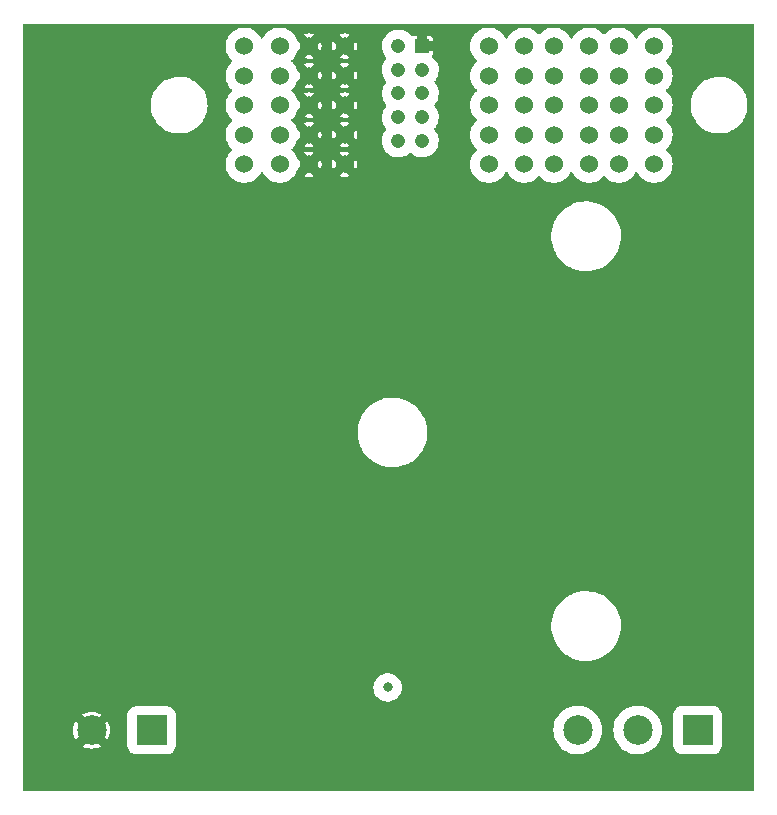
<source format=gbr>
%TF.GenerationSoftware,KiCad,Pcbnew,(6.0.1-0)*%
%TF.CreationDate,2023-01-20T10:08:16-08:00*%
%TF.ProjectId,ESC Daughterboard,45534320-4461-4756-9768-746572626f61,rev?*%
%TF.SameCoordinates,Original*%
%TF.FileFunction,Copper,L6,Bot*%
%TF.FilePolarity,Positive*%
%FSLAX46Y46*%
G04 Gerber Fmt 4.6, Leading zero omitted, Abs format (unit mm)*
G04 Created by KiCad (PCBNEW (6.0.1-0)) date 2023-01-20 10:08:16*
%MOMM*%
%LPD*%
G01*
G04 APERTURE LIST*
%TA.AperFunction,ComponentPad*%
%ADD10R,2.500000X2.500000*%
%TD*%
%TA.AperFunction,ComponentPad*%
%ADD11C,2.500000*%
%TD*%
%TA.AperFunction,ComponentPad*%
%ADD12R,1.208000X1.208000*%
%TD*%
%TA.AperFunction,ComponentPad*%
%ADD13C,1.208000*%
%TD*%
%TA.AperFunction,ComponentPad*%
%ADD14C,1.530000*%
%TD*%
%TA.AperFunction,ViaPad*%
%ADD15C,0.800000*%
%TD*%
G04 APERTURE END LIST*
D10*
%TO.P,Phase 1,1,Pin_1*%
%TO.N,/Phase_1*%
X167400000Y-119800000D03*
D11*
%TO.P,Phase 1,2,Pin_2*%
%TO.N,/Phase_2*%
X162320000Y-119800000D03*
%TO.P,Phase 1,3,Pin_3*%
%TO.N,/Phase_3*%
X157240000Y-119800000D03*
%TD*%
D12*
%TO.P,J5,01,01*%
%TO.N,GND*%
X144070000Y-61902500D03*
D13*
%TO.P,J5,02,02*%
%TO.N,+5V*%
X142070000Y-61902500D03*
%TO.P,J5,03,03*%
%TO.N,/CAH*%
X144070000Y-63902500D03*
%TO.P,J5,04,04*%
%TO.N,/CAL*%
X142070000Y-63902500D03*
%TO.P,J5,05,05*%
%TO.N,unconnected-(J5-Pad05)*%
X144070000Y-65902500D03*
%TO.P,J5,06,06*%
%TO.N,unconnected-(J5-Pad06)*%
X142070000Y-65902500D03*
%TO.P,J5,07,07*%
%TO.N,unconnected-(J5-Pad07)*%
X144070000Y-67902500D03*
%TO.P,J5,08,08*%
%TO.N,unconnected-(J5-Pad08)*%
X142070000Y-67902500D03*
%TO.P,J5,09,09*%
%TO.N,unconnected-(J5-Pad09)*%
X144070000Y-69902500D03*
%TO.P,J5,10,10*%
%TO.N,unconnected-(J5-Pad10)*%
X142070000Y-69902500D03*
D14*
%TO.P,J5,P01_1,P01*%
%TO.N,/Phase_1*%
X163710000Y-71892500D03*
%TO.P,J5,P01_2,P01*%
X163710000Y-69392500D03*
%TO.P,J5,P01_3,P01*%
X163710000Y-66892500D03*
%TO.P,J5,P01_4,P01*%
X163710000Y-64392500D03*
%TO.P,J5,P01_5,P01*%
X163710000Y-61892500D03*
%TO.P,J5,P01_6,P01*%
X160710000Y-61892500D03*
%TO.P,J5,P01_7,P01*%
X160710000Y-64392500D03*
%TO.P,J5,P01_8,P01*%
X160710000Y-66892500D03*
%TO.P,J5,P01_9,P01*%
X160710000Y-69392500D03*
%TO.P,J5,P01_10,P01*%
X160710000Y-71892500D03*
%TO.P,J5,P02_1,P02*%
%TO.N,/Phase_2*%
X158210000Y-71892500D03*
%TO.P,J5,P02_2,P02*%
X158210000Y-69392500D03*
%TO.P,J5,P02_3,P02*%
X158210000Y-66892500D03*
%TO.P,J5,P02_4,P02*%
X158210000Y-64392500D03*
%TO.P,J5,P02_5,P02*%
X158210000Y-61892500D03*
%TO.P,J5,P02_6,P02*%
X155210000Y-61892500D03*
%TO.P,J5,P02_7,P02*%
X155210000Y-64392500D03*
%TO.P,J5,P02_8,P02*%
X155210000Y-66892500D03*
%TO.P,J5,P02_9,P02*%
X155210000Y-69392500D03*
%TO.P,J5,P02_10,P02*%
X155210000Y-71892500D03*
%TO.P,J5,P03_1,P03*%
%TO.N,/Phase_3*%
X152710000Y-71892500D03*
%TO.P,J5,P03_2,P03*%
X152710000Y-69392500D03*
%TO.P,J5,P03_3,P03*%
X152710000Y-66892500D03*
%TO.P,J5,P03_4,P03*%
X152710000Y-64392500D03*
%TO.P,J5,P03_5,P03*%
X152710000Y-61892500D03*
%TO.P,J5,P03_6,P03*%
X149710000Y-61892500D03*
%TO.P,J5,P03_7,P03*%
X149710000Y-64392500D03*
%TO.P,J5,P03_8,P03*%
X149710000Y-66892500D03*
%TO.P,J5,P03_9,P03*%
X149710000Y-69392500D03*
%TO.P,J5,P03_10,P03*%
X149710000Y-71892500D03*
%TO.P,J5,P04_1,P04*%
%TO.N,GND*%
X137500000Y-71892500D03*
%TO.P,J5,P04_2,P04*%
X137500000Y-69392500D03*
%TO.P,J5,P04_3,P04*%
X137500000Y-66892500D03*
%TO.P,J5,P04_4,P04*%
X137500000Y-64392500D03*
%TO.P,J5,P04_5,P04*%
X137500000Y-61892500D03*
%TO.P,J5,P04_6,P04*%
X134500000Y-61892500D03*
%TO.P,J5,P04_7,P04*%
X134500000Y-64392500D03*
%TO.P,J5,P04_8,P04*%
X134500000Y-66892500D03*
%TO.P,J5,P04_9,P04*%
X134500000Y-69392500D03*
%TO.P,J5,P04_10,P04*%
X134500000Y-71892500D03*
%TO.P,J5,P05_1,P05*%
%TO.N,/16V*%
X132000000Y-71892500D03*
%TO.P,J5,P05_2,P05*%
X132000000Y-69392500D03*
%TO.P,J5,P05_3,P05*%
X132000000Y-66892500D03*
%TO.P,J5,P05_4,P05*%
X132000000Y-64392500D03*
%TO.P,J5,P05_5,P05*%
X132000000Y-61892500D03*
%TO.P,J5,P05_6,P05*%
X129000000Y-61892500D03*
%TO.P,J5,P05_7,P05*%
X129000000Y-64392500D03*
%TO.P,J5,P05_8,P05*%
X129000000Y-66892500D03*
%TO.P,J5,P05_9,P05*%
X129000000Y-69392500D03*
%TO.P,J5,P05_10,P05*%
X129000000Y-71892500D03*
%TD*%
D10*
%TO.P,J2,1,Pin_1*%
%TO.N,/16V*%
X121165000Y-119820000D03*
D11*
%TO.P,J2,2,Pin_2*%
%TO.N,GND*%
X116085000Y-119820000D03*
%TD*%
D15*
%TO.N,GND*%
X135780000Y-116190000D03*
%TO.N,+5V*%
X141150000Y-116190000D03*
%TD*%
%TA.AperFunction,Conductor*%
%TO.N,GND*%
G36*
X141248057Y-59990272D02*
G01*
X172101011Y-59990541D01*
X172159201Y-60009449D01*
X172195165Y-60058949D01*
X172200010Y-60089539D01*
X172200479Y-80853900D01*
X172201406Y-121870500D01*
X172201473Y-124850998D01*
X172182567Y-124909189D01*
X172133068Y-124945154D01*
X172102473Y-124950000D01*
X110397988Y-124950000D01*
X110339797Y-124931093D01*
X110303833Y-124881593D01*
X110298988Y-124850998D01*
X110299045Y-121162360D01*
X115313892Y-121162360D01*
X115320263Y-121169251D01*
X115375824Y-121203300D01*
X115382730Y-121206819D01*
X115600952Y-121297209D01*
X115608320Y-121299603D01*
X115838004Y-121354745D01*
X115845647Y-121355956D01*
X116081125Y-121374488D01*
X116088875Y-121374488D01*
X116324353Y-121355956D01*
X116331996Y-121354745D01*
X116561680Y-121299603D01*
X116569048Y-121297209D01*
X116787270Y-121206819D01*
X116794176Y-121203300D01*
X116848043Y-121170289D01*
X116856316Y-121160603D01*
X116851732Y-121152417D01*
X116096086Y-120396771D01*
X116084203Y-120390717D01*
X116079172Y-120391513D01*
X115319674Y-121151011D01*
X115313892Y-121162360D01*
X110299045Y-121162360D01*
X110299066Y-119823875D01*
X114530512Y-119823875D01*
X114549044Y-120059353D01*
X114550255Y-120066996D01*
X114605397Y-120296680D01*
X114607791Y-120304048D01*
X114698181Y-120522270D01*
X114701700Y-120529176D01*
X114734711Y-120583043D01*
X114744397Y-120591316D01*
X114752583Y-120586732D01*
X115508229Y-119831086D01*
X115513471Y-119820797D01*
X116655717Y-119820797D01*
X116656513Y-119825828D01*
X117416011Y-120585326D01*
X117427360Y-120591108D01*
X117434251Y-120584737D01*
X117468300Y-120529176D01*
X117471819Y-120522270D01*
X117562209Y-120304048D01*
X117564603Y-120296680D01*
X117619745Y-120066996D01*
X117620956Y-120059353D01*
X117639488Y-119823875D01*
X117639488Y-119816125D01*
X117620956Y-119580647D01*
X117619745Y-119573004D01*
X117564603Y-119343320D01*
X117562209Y-119335952D01*
X117471819Y-119117730D01*
X117468300Y-119110824D01*
X117435289Y-119056957D01*
X117425603Y-119048684D01*
X117417417Y-119053268D01*
X116661771Y-119808914D01*
X116655717Y-119820797D01*
X115513471Y-119820797D01*
X115514283Y-119819203D01*
X115513487Y-119814172D01*
X114753989Y-119054674D01*
X114742640Y-119048892D01*
X114735749Y-119055263D01*
X114701700Y-119110824D01*
X114698181Y-119117730D01*
X114607791Y-119335952D01*
X114605397Y-119343320D01*
X114550255Y-119573004D01*
X114549044Y-119580647D01*
X114530512Y-119816125D01*
X114530512Y-119823875D01*
X110299066Y-119823875D01*
X110299087Y-118479397D01*
X115313684Y-118479397D01*
X115318268Y-118487583D01*
X116073914Y-119243229D01*
X116085797Y-119249283D01*
X116090828Y-119248487D01*
X116850326Y-118488989D01*
X116853804Y-118482163D01*
X119114500Y-118482163D01*
X119114501Y-121157836D01*
X119114774Y-121162589D01*
X119115716Y-121166668D01*
X119115717Y-121166676D01*
X119153298Y-121329457D01*
X119155173Y-121337577D01*
X119233336Y-121499266D01*
X119345380Y-121639620D01*
X119349713Y-121643079D01*
X119460681Y-121731664D01*
X119485734Y-121751664D01*
X119647423Y-121829827D01*
X119652807Y-121831070D01*
X119652810Y-121831071D01*
X119731701Y-121849284D01*
X119822411Y-121870226D01*
X119827163Y-121870500D01*
X119828586Y-121870500D01*
X121169717Y-121870499D01*
X122502836Y-121870499D01*
X122507589Y-121870226D01*
X122511670Y-121869284D01*
X122511676Y-121869283D01*
X122677190Y-121831071D01*
X122677193Y-121831070D01*
X122682577Y-121829827D01*
X122844266Y-121751664D01*
X122869320Y-121731664D01*
X122980287Y-121643079D01*
X122984620Y-121639620D01*
X123096664Y-121499266D01*
X123174827Y-121337577D01*
X123177182Y-121327379D01*
X123214284Y-121166668D01*
X123215226Y-121162589D01*
X123215500Y-121157837D01*
X123215499Y-119778477D01*
X155184822Y-119778477D01*
X155185016Y-119781842D01*
X155185016Y-119781846D01*
X155188545Y-119843043D01*
X155200916Y-120057596D01*
X155254741Y-120331948D01*
X155255834Y-120335140D01*
X155343543Y-120591316D01*
X155345303Y-120596457D01*
X155470925Y-120846228D01*
X155629282Y-121076639D01*
X155631552Y-121079133D01*
X155631553Y-121079135D01*
X155714497Y-121170289D01*
X155817444Y-121283427D01*
X156031930Y-121462765D01*
X156268771Y-121611335D01*
X156271839Y-121612720D01*
X156271846Y-121612724D01*
X156437358Y-121687455D01*
X156523583Y-121726387D01*
X156526805Y-121727341D01*
X156526812Y-121727344D01*
X156741263Y-121790867D01*
X156791652Y-121805793D01*
X156794977Y-121806302D01*
X156794978Y-121806302D01*
X157064684Y-121847573D01*
X157064687Y-121847573D01*
X157068018Y-121848083D01*
X157071389Y-121848136D01*
X157071390Y-121848136D01*
X157119571Y-121848893D01*
X157347566Y-121852474D01*
X157350903Y-121852070D01*
X157350907Y-121852070D01*
X157621779Y-121819291D01*
X157621784Y-121819290D01*
X157625123Y-121818886D01*
X157895554Y-121747940D01*
X158061590Y-121679165D01*
X158150746Y-121642236D01*
X158150749Y-121642235D01*
X158153855Y-121640948D01*
X158156760Y-121639251D01*
X158156763Y-121639249D01*
X158392329Y-121501595D01*
X158395245Y-121499891D01*
X158615258Y-121327379D01*
X158809823Y-121126603D01*
X158846526Y-121076639D01*
X158876843Y-121035366D01*
X158975340Y-120901280D01*
X159006864Y-120843221D01*
X159107136Y-120658541D01*
X159108745Y-120655578D01*
X159207570Y-120394044D01*
X159233761Y-120279689D01*
X159269234Y-120124808D01*
X159269235Y-120124801D01*
X159269987Y-120121518D01*
X159294840Y-119843043D01*
X159295291Y-119800000D01*
X159293824Y-119778477D01*
X160264822Y-119778477D01*
X160265016Y-119781842D01*
X160265016Y-119781846D01*
X160268545Y-119843043D01*
X160280916Y-120057596D01*
X160334741Y-120331948D01*
X160335834Y-120335140D01*
X160423543Y-120591316D01*
X160425303Y-120596457D01*
X160550925Y-120846228D01*
X160709282Y-121076639D01*
X160711552Y-121079133D01*
X160711553Y-121079135D01*
X160794497Y-121170289D01*
X160897444Y-121283427D01*
X161111930Y-121462765D01*
X161348771Y-121611335D01*
X161351839Y-121612720D01*
X161351846Y-121612724D01*
X161517358Y-121687455D01*
X161603583Y-121726387D01*
X161606805Y-121727341D01*
X161606812Y-121727344D01*
X161821263Y-121790867D01*
X161871652Y-121805793D01*
X161874977Y-121806302D01*
X161874978Y-121806302D01*
X162144684Y-121847573D01*
X162144687Y-121847573D01*
X162148018Y-121848083D01*
X162151389Y-121848136D01*
X162151390Y-121848136D01*
X162199571Y-121848893D01*
X162427566Y-121852474D01*
X162430903Y-121852070D01*
X162430907Y-121852070D01*
X162701779Y-121819291D01*
X162701784Y-121819290D01*
X162705123Y-121818886D01*
X162975554Y-121747940D01*
X163141590Y-121679165D01*
X163230746Y-121642236D01*
X163230749Y-121642235D01*
X163233855Y-121640948D01*
X163236760Y-121639251D01*
X163236763Y-121639249D01*
X163472329Y-121501595D01*
X163475245Y-121499891D01*
X163695258Y-121327379D01*
X163889823Y-121126603D01*
X163926526Y-121076639D01*
X163956843Y-121035366D01*
X164055340Y-120901280D01*
X164086864Y-120843221D01*
X164187136Y-120658541D01*
X164188745Y-120655578D01*
X164287570Y-120394044D01*
X164313761Y-120279689D01*
X164349234Y-120124808D01*
X164349235Y-120124801D01*
X164349987Y-120121518D01*
X164374840Y-119843043D01*
X164375291Y-119800000D01*
X164356275Y-119521065D01*
X164299579Y-119247292D01*
X164206253Y-118983746D01*
X164194542Y-118961056D01*
X164079573Y-118738308D01*
X164079570Y-118738302D01*
X164078022Y-118735304D01*
X163917261Y-118506563D01*
X163899512Y-118487462D01*
X163877325Y-118463586D01*
X165349500Y-118463586D01*
X165349501Y-119801937D01*
X165349501Y-121137836D01*
X165349774Y-121142589D01*
X165350716Y-121146668D01*
X165350717Y-121146676D01*
X165386023Y-121299603D01*
X165390173Y-121317577D01*
X165468336Y-121479266D01*
X165471789Y-121483592D01*
X165471790Y-121483593D01*
X165483140Y-121497811D01*
X165580380Y-121619620D01*
X165584713Y-121623079D01*
X165714124Y-121726387D01*
X165720734Y-121731664D01*
X165882423Y-121809827D01*
X165887807Y-121811070D01*
X165887810Y-121811071D01*
X165958631Y-121827421D01*
X166057411Y-121850226D01*
X166062163Y-121850500D01*
X166063586Y-121850500D01*
X167404717Y-121850499D01*
X168737836Y-121850499D01*
X168742589Y-121850226D01*
X168746670Y-121849284D01*
X168746676Y-121849283D01*
X168912190Y-121811071D01*
X168912193Y-121811070D01*
X168917577Y-121809827D01*
X169079266Y-121731664D01*
X169085877Y-121726387D01*
X169215287Y-121623079D01*
X169219620Y-121619620D01*
X169316860Y-121497811D01*
X169328210Y-121483593D01*
X169328211Y-121483592D01*
X169331664Y-121479266D01*
X169409827Y-121317577D01*
X169414530Y-121297209D01*
X169443831Y-121170289D01*
X169450226Y-121142589D01*
X169450500Y-121137837D01*
X169450500Y-119800000D01*
X169450499Y-118463577D01*
X169450499Y-118462164D01*
X169450226Y-118457411D01*
X169449284Y-118453330D01*
X169449283Y-118453324D01*
X169411071Y-118287810D01*
X169411070Y-118287807D01*
X169409827Y-118282423D01*
X169331664Y-118120734D01*
X169324931Y-118112299D01*
X169223079Y-117984713D01*
X169219620Y-117980380D01*
X169108646Y-117891790D01*
X169083593Y-117871790D01*
X169083592Y-117871789D01*
X169079266Y-117868336D01*
X169062759Y-117860356D01*
X168922554Y-117792579D01*
X168917577Y-117790173D01*
X168912193Y-117788930D01*
X168912190Y-117788929D01*
X168825955Y-117769021D01*
X168742589Y-117749774D01*
X168737837Y-117749500D01*
X168736414Y-117749500D01*
X167395283Y-117749501D01*
X166062164Y-117749501D01*
X166057411Y-117749774D01*
X166053330Y-117750716D01*
X166053324Y-117750717D01*
X165887810Y-117788929D01*
X165887807Y-117788930D01*
X165882423Y-117790173D01*
X165877446Y-117792579D01*
X165737242Y-117860356D01*
X165720734Y-117868336D01*
X165716408Y-117871789D01*
X165716407Y-117871790D01*
X165691354Y-117891790D01*
X165580380Y-117980380D01*
X165576921Y-117984713D01*
X165475070Y-118112299D01*
X165468336Y-118120734D01*
X165390173Y-118282423D01*
X165388930Y-118287807D01*
X165388929Y-118287810D01*
X165385139Y-118304226D01*
X165349774Y-118457411D01*
X165349500Y-118462163D01*
X165349500Y-118463586D01*
X163877325Y-118463586D01*
X163762850Y-118340397D01*
X163726944Y-118301757D01*
X163706783Y-118285255D01*
X163530211Y-118140734D01*
X163510591Y-118124675D01*
X163272208Y-117978594D01*
X163268397Y-117976921D01*
X163019288Y-117867569D01*
X163019284Y-117867567D01*
X163016205Y-117866216D01*
X162966917Y-117852176D01*
X162750571Y-117790548D01*
X162750566Y-117790547D01*
X162747319Y-117789622D01*
X162470526Y-117750229D01*
X162467159Y-117750211D01*
X162467154Y-117750211D01*
X162342187Y-117749557D01*
X162190947Y-117748765D01*
X161913757Y-117785257D01*
X161910506Y-117786146D01*
X161910503Y-117786147D01*
X161886992Y-117792579D01*
X161644083Y-117859032D01*
X161386917Y-117968722D01*
X161384018Y-117970457D01*
X161372683Y-117977241D01*
X161147018Y-118112299D01*
X160928823Y-118287106D01*
X160926499Y-118289555D01*
X160746346Y-118479397D01*
X160736371Y-118489908D01*
X160734406Y-118492643D01*
X160734404Y-118492645D01*
X160722421Y-118509322D01*
X160573223Y-118716952D01*
X160442398Y-118964038D01*
X160346317Y-119226592D01*
X160286757Y-119499757D01*
X160264822Y-119778477D01*
X159293824Y-119778477D01*
X159276275Y-119521065D01*
X159219579Y-119247292D01*
X159126253Y-118983746D01*
X159114542Y-118961056D01*
X158999573Y-118738308D01*
X158999570Y-118738302D01*
X158998022Y-118735304D01*
X158837261Y-118506563D01*
X158819512Y-118487462D01*
X158682850Y-118340397D01*
X158646944Y-118301757D01*
X158626783Y-118285255D01*
X158450211Y-118140734D01*
X158430591Y-118124675D01*
X158192208Y-117978594D01*
X158188397Y-117976921D01*
X157939288Y-117867569D01*
X157939284Y-117867567D01*
X157936205Y-117866216D01*
X157886917Y-117852176D01*
X157670571Y-117790548D01*
X157670566Y-117790547D01*
X157667319Y-117789622D01*
X157390526Y-117750229D01*
X157387159Y-117750211D01*
X157387154Y-117750211D01*
X157262187Y-117749557D01*
X157110947Y-117748765D01*
X156833757Y-117785257D01*
X156830506Y-117786146D01*
X156830503Y-117786147D01*
X156806992Y-117792579D01*
X156564083Y-117859032D01*
X156306917Y-117968722D01*
X156304018Y-117970457D01*
X156292683Y-117977241D01*
X156067018Y-118112299D01*
X155848823Y-118287106D01*
X155846499Y-118289555D01*
X155666346Y-118479397D01*
X155656371Y-118489908D01*
X155654406Y-118492643D01*
X155654404Y-118492645D01*
X155642421Y-118509322D01*
X155493223Y-118716952D01*
X155362398Y-118964038D01*
X155266317Y-119226592D01*
X155206757Y-119499757D01*
X155184822Y-119778477D01*
X123215499Y-119778477D01*
X123215499Y-118482164D01*
X123215226Y-118477411D01*
X123214284Y-118473330D01*
X123214283Y-118473324D01*
X123176071Y-118307810D01*
X123176070Y-118307807D01*
X123174827Y-118302423D01*
X123096664Y-118140734D01*
X123084675Y-118125715D01*
X122988079Y-118004713D01*
X122984620Y-118000380D01*
X122844266Y-117888336D01*
X122682577Y-117810173D01*
X122677193Y-117808930D01*
X122677190Y-117808929D01*
X122590559Y-117788929D01*
X122507589Y-117769774D01*
X122502837Y-117769500D01*
X122501414Y-117769500D01*
X121160283Y-117769501D01*
X119827164Y-117769501D01*
X119822411Y-117769774D01*
X119818330Y-117770716D01*
X119818324Y-117770717D01*
X119652810Y-117808929D01*
X119652807Y-117808930D01*
X119647423Y-117810173D01*
X119485734Y-117888336D01*
X119345380Y-118000380D01*
X119341921Y-118004713D01*
X119245326Y-118125715D01*
X119233336Y-118140734D01*
X119155173Y-118302423D01*
X119114774Y-118477411D01*
X119114500Y-118482163D01*
X116853804Y-118482163D01*
X116856108Y-118477640D01*
X116849737Y-118470749D01*
X116794176Y-118436700D01*
X116787270Y-118433181D01*
X116569048Y-118342791D01*
X116561680Y-118340397D01*
X116331996Y-118285255D01*
X116324353Y-118284044D01*
X116088875Y-118265512D01*
X116081125Y-118265512D01*
X115845647Y-118284044D01*
X115838004Y-118285255D01*
X115608320Y-118340397D01*
X115600952Y-118342791D01*
X115382730Y-118433181D01*
X115375824Y-118436700D01*
X115321957Y-118469711D01*
X115313684Y-118479397D01*
X110299087Y-118479397D01*
X110299123Y-116158440D01*
X139944770Y-116158440D01*
X139959200Y-116378604D01*
X139960316Y-116382997D01*
X139960316Y-116382999D01*
X139983873Y-116475754D01*
X140013511Y-116592452D01*
X140105883Y-116792821D01*
X140233222Y-116973002D01*
X140391264Y-117126961D01*
X140574717Y-117249540D01*
X140777436Y-117336635D01*
X140855165Y-117354223D01*
X140988206Y-117384328D01*
X140988211Y-117384329D01*
X140992632Y-117385329D01*
X141102865Y-117389660D01*
X141208565Y-117393813D01*
X141208566Y-117393813D01*
X141213098Y-117393991D01*
X141431452Y-117362331D01*
X141435751Y-117360872D01*
X141435754Y-117360871D01*
X141636078Y-117292870D01*
X141640379Y-117291410D01*
X141711944Y-117251332D01*
X141828925Y-117185819D01*
X141832884Y-117183602D01*
X142002518Y-117042518D01*
X142143602Y-116872884D01*
X142251410Y-116680379D01*
X142322331Y-116471452D01*
X142335156Y-116382999D01*
X142353571Y-116255997D01*
X142353571Y-116255991D01*
X142353991Y-116253098D01*
X142355643Y-116190000D01*
X142335454Y-115970289D01*
X142275565Y-115757936D01*
X142273557Y-115753864D01*
X142273555Y-115753859D01*
X142179988Y-115564125D01*
X142177980Y-115560053D01*
X142045967Y-115383267D01*
X141883949Y-115233499D01*
X141697350Y-115115764D01*
X141492421Y-115034006D01*
X141276024Y-114990962D01*
X141167347Y-114989539D01*
X141059946Y-114988133D01*
X141059941Y-114988133D01*
X141055406Y-114988074D01*
X141050933Y-114988843D01*
X141050928Y-114988843D01*
X140842435Y-115024668D01*
X140842429Y-115024670D01*
X140837957Y-115025438D01*
X140810176Y-115035687D01*
X140635220Y-115100231D01*
X140635217Y-115100232D01*
X140630957Y-115101804D01*
X140627054Y-115104126D01*
X140627052Y-115104127D01*
X140607492Y-115115764D01*
X140441341Y-115214614D01*
X140437926Y-115217609D01*
X140437923Y-115217611D01*
X140330036Y-115312225D01*
X140275457Y-115360090D01*
X140138863Y-115533360D01*
X140036131Y-115728620D01*
X139970703Y-115939333D01*
X139970169Y-115943843D01*
X139970169Y-115943844D01*
X139967039Y-115970289D01*
X139944770Y-116158440D01*
X110299123Y-116158440D01*
X110299201Y-111123763D01*
X155007092Y-111123763D01*
X155007376Y-111126608D01*
X155016060Y-111213605D01*
X155040887Y-111462342D01*
X155113373Y-111794793D01*
X155223589Y-112116708D01*
X155370076Y-112423823D01*
X155371590Y-112426236D01*
X155371593Y-112426242D01*
X155497656Y-112627204D01*
X155550890Y-112712066D01*
X155763635Y-112977616D01*
X155765665Y-112979624D01*
X155765666Y-112979626D01*
X156003461Y-113214943D01*
X156003469Y-113214950D01*
X156005493Y-113216953D01*
X156079925Y-113275315D01*
X156271017Y-113425151D01*
X156271024Y-113425156D01*
X156273256Y-113426906D01*
X156275685Y-113428394D01*
X156275690Y-113428398D01*
X156357761Y-113478691D01*
X156563376Y-113604692D01*
X156565963Y-113605893D01*
X156565967Y-113605895D01*
X156869411Y-113746749D01*
X156869418Y-113746752D01*
X156872008Y-113747954D01*
X157195060Y-113854794D01*
X157528252Y-113923794D01*
X157531090Y-113924047D01*
X157531095Y-113924048D01*
X157816894Y-113949555D01*
X157827480Y-113950500D01*
X158046715Y-113950500D01*
X158299697Y-113935913D01*
X158302505Y-113935423D01*
X158632092Y-113877901D01*
X158632100Y-113877899D01*
X158634891Y-113877412D01*
X158961140Y-113780773D01*
X159274119Y-113647276D01*
X159276584Y-113645870D01*
X159276590Y-113645867D01*
X159567209Y-113480101D01*
X159569681Y-113478691D01*
X159571970Y-113477009D01*
X159571977Y-113477005D01*
X159841609Y-113278940D01*
X159841608Y-113278940D01*
X159843907Y-113277252D01*
X160093162Y-113045629D01*
X160314144Y-112786893D01*
X160503923Y-112504472D01*
X160659984Y-112202110D01*
X160780257Y-111883815D01*
X160863150Y-111553805D01*
X160907563Y-111216455D01*
X160912908Y-110876237D01*
X160906508Y-110812118D01*
X160879396Y-110540492D01*
X160879396Y-110540490D01*
X160879113Y-110537658D01*
X160806627Y-110205207D01*
X160696411Y-109883292D01*
X160549924Y-109576177D01*
X160497849Y-109493161D01*
X160370626Y-109290351D01*
X160369110Y-109287934D01*
X160156365Y-109022384D01*
X160154334Y-109020374D01*
X159916539Y-108785057D01*
X159916531Y-108785050D01*
X159914507Y-108783047D01*
X159789960Y-108685390D01*
X159648983Y-108574849D01*
X159648976Y-108574844D01*
X159646744Y-108573094D01*
X159644315Y-108571606D01*
X159644310Y-108571602D01*
X159359059Y-108396800D01*
X159359057Y-108396799D01*
X159356624Y-108395308D01*
X159354037Y-108394107D01*
X159354033Y-108394105D01*
X159050589Y-108253251D01*
X159050582Y-108253248D01*
X159047992Y-108252046D01*
X158724940Y-108145206D01*
X158391748Y-108076206D01*
X158388910Y-108075953D01*
X158388905Y-108075952D01*
X158094716Y-108049696D01*
X158092520Y-108049500D01*
X157873285Y-108049500D01*
X157620303Y-108064087D01*
X157617496Y-108064577D01*
X157617495Y-108064577D01*
X157287908Y-108122099D01*
X157287900Y-108122101D01*
X157285109Y-108122588D01*
X156958860Y-108219227D01*
X156645881Y-108352724D01*
X156643416Y-108354130D01*
X156643410Y-108354133D01*
X156568607Y-108396800D01*
X156350319Y-108521309D01*
X156348030Y-108522991D01*
X156348023Y-108522995D01*
X156281853Y-108571602D01*
X156076093Y-108722748D01*
X155826838Y-108954371D01*
X155605856Y-109213107D01*
X155416077Y-109495528D01*
X155260016Y-109797890D01*
X155139743Y-110116185D01*
X155056850Y-110446195D01*
X155012437Y-110783545D01*
X155007092Y-111123763D01*
X110299201Y-111123763D01*
X110299456Y-94723763D01*
X138607092Y-94723763D01*
X138607376Y-94726608D01*
X138616060Y-94813605D01*
X138640887Y-95062342D01*
X138713373Y-95394793D01*
X138823589Y-95716708D01*
X138970076Y-96023823D01*
X138971590Y-96026236D01*
X138971593Y-96026242D01*
X139097656Y-96227204D01*
X139150890Y-96312066D01*
X139363635Y-96577616D01*
X139365665Y-96579624D01*
X139365666Y-96579626D01*
X139603461Y-96814943D01*
X139603469Y-96814950D01*
X139605493Y-96816953D01*
X139679925Y-96875315D01*
X139871017Y-97025151D01*
X139871024Y-97025156D01*
X139873256Y-97026906D01*
X139875685Y-97028394D01*
X139875690Y-97028398D01*
X139957761Y-97078691D01*
X140163376Y-97204692D01*
X140165963Y-97205893D01*
X140165967Y-97205895D01*
X140469411Y-97346749D01*
X140469418Y-97346752D01*
X140472008Y-97347954D01*
X140795060Y-97454794D01*
X141128252Y-97523794D01*
X141131090Y-97524047D01*
X141131095Y-97524048D01*
X141416894Y-97549555D01*
X141427480Y-97550500D01*
X141646715Y-97550500D01*
X141899697Y-97535913D01*
X141902505Y-97535423D01*
X142232092Y-97477901D01*
X142232100Y-97477899D01*
X142234891Y-97477412D01*
X142561140Y-97380773D01*
X142874119Y-97247276D01*
X142876584Y-97245870D01*
X142876590Y-97245867D01*
X143167209Y-97080101D01*
X143169681Y-97078691D01*
X143171970Y-97077009D01*
X143171977Y-97077005D01*
X143441609Y-96878940D01*
X143441608Y-96878940D01*
X143443907Y-96877252D01*
X143693162Y-96645629D01*
X143914144Y-96386893D01*
X144103923Y-96104472D01*
X144259984Y-95802110D01*
X144380257Y-95483815D01*
X144463150Y-95153805D01*
X144507563Y-94816455D01*
X144512908Y-94476237D01*
X144506508Y-94412118D01*
X144479396Y-94140492D01*
X144479396Y-94140490D01*
X144479113Y-94137658D01*
X144406627Y-93805207D01*
X144296411Y-93483292D01*
X144149924Y-93176177D01*
X144097849Y-93093161D01*
X143970626Y-92890351D01*
X143969110Y-92887934D01*
X143756365Y-92622384D01*
X143754334Y-92620374D01*
X143516539Y-92385057D01*
X143516531Y-92385050D01*
X143514507Y-92383047D01*
X143389960Y-92285390D01*
X143248983Y-92174849D01*
X143248976Y-92174844D01*
X143246744Y-92173094D01*
X143244315Y-92171606D01*
X143244310Y-92171602D01*
X142959059Y-91996800D01*
X142959057Y-91996799D01*
X142956624Y-91995308D01*
X142954037Y-91994107D01*
X142954033Y-91994105D01*
X142650589Y-91853251D01*
X142650582Y-91853248D01*
X142647992Y-91852046D01*
X142324940Y-91745206D01*
X141991748Y-91676206D01*
X141988910Y-91675953D01*
X141988905Y-91675952D01*
X141694716Y-91649696D01*
X141692520Y-91649500D01*
X141473285Y-91649500D01*
X141220303Y-91664087D01*
X141217496Y-91664577D01*
X141217495Y-91664577D01*
X140887908Y-91722099D01*
X140887900Y-91722101D01*
X140885109Y-91722588D01*
X140558860Y-91819227D01*
X140245881Y-91952724D01*
X140243416Y-91954130D01*
X140243410Y-91954133D01*
X140168607Y-91996800D01*
X139950319Y-92121309D01*
X139948030Y-92122991D01*
X139948023Y-92122995D01*
X139881853Y-92171602D01*
X139676093Y-92322748D01*
X139426838Y-92554371D01*
X139205856Y-92813107D01*
X139016077Y-93095528D01*
X138860016Y-93397890D01*
X138739743Y-93716185D01*
X138656850Y-94046195D01*
X138612437Y-94383545D01*
X138607092Y-94723763D01*
X110299456Y-94723763D01*
X110299670Y-80935423D01*
X110299714Y-78123763D01*
X155007092Y-78123763D01*
X155007376Y-78126608D01*
X155016060Y-78213605D01*
X155040887Y-78462342D01*
X155113373Y-78794793D01*
X155223589Y-79116708D01*
X155370076Y-79423823D01*
X155371590Y-79426236D01*
X155371593Y-79426242D01*
X155497656Y-79627204D01*
X155550890Y-79712066D01*
X155763635Y-79977616D01*
X155765665Y-79979624D01*
X155765666Y-79979626D01*
X156003461Y-80214943D01*
X156003469Y-80214950D01*
X156005493Y-80216953D01*
X156079925Y-80275315D01*
X156271017Y-80425151D01*
X156271024Y-80425156D01*
X156273256Y-80426906D01*
X156275685Y-80428394D01*
X156275690Y-80428398D01*
X156357761Y-80478691D01*
X156563376Y-80604692D01*
X156565963Y-80605893D01*
X156565967Y-80605895D01*
X156869411Y-80746749D01*
X156869418Y-80746752D01*
X156872008Y-80747954D01*
X157195060Y-80854794D01*
X157528252Y-80923794D01*
X157531090Y-80924047D01*
X157531095Y-80924048D01*
X157816894Y-80949555D01*
X157827480Y-80950500D01*
X158046715Y-80950500D01*
X158299697Y-80935913D01*
X158302505Y-80935423D01*
X158632092Y-80877901D01*
X158632100Y-80877899D01*
X158634891Y-80877412D01*
X158961140Y-80780773D01*
X159274119Y-80647276D01*
X159276584Y-80645870D01*
X159276590Y-80645867D01*
X159567209Y-80480101D01*
X159569681Y-80478691D01*
X159571970Y-80477009D01*
X159571977Y-80477005D01*
X159841609Y-80278940D01*
X159841608Y-80278940D01*
X159843907Y-80277252D01*
X160093162Y-80045629D01*
X160314144Y-79786893D01*
X160503923Y-79504472D01*
X160659984Y-79202110D01*
X160780257Y-78883815D01*
X160863150Y-78553805D01*
X160907563Y-78216455D01*
X160912908Y-77876237D01*
X160906508Y-77812118D01*
X160879396Y-77540492D01*
X160879396Y-77540490D01*
X160879113Y-77537658D01*
X160806627Y-77205207D01*
X160696411Y-76883292D01*
X160549924Y-76576177D01*
X160497849Y-76493161D01*
X160370626Y-76290351D01*
X160369110Y-76287934D01*
X160156365Y-76022384D01*
X160154334Y-76020374D01*
X159916539Y-75785057D01*
X159916531Y-75785050D01*
X159914507Y-75783047D01*
X159789960Y-75685390D01*
X159648983Y-75574849D01*
X159648976Y-75574844D01*
X159646744Y-75573094D01*
X159644315Y-75571606D01*
X159644310Y-75571602D01*
X159359059Y-75396800D01*
X159359057Y-75396799D01*
X159356624Y-75395308D01*
X159354037Y-75394107D01*
X159354033Y-75394105D01*
X159050589Y-75253251D01*
X159050582Y-75253248D01*
X159047992Y-75252046D01*
X158724940Y-75145206D01*
X158391748Y-75076206D01*
X158388910Y-75075953D01*
X158388905Y-75075952D01*
X158094716Y-75049696D01*
X158092520Y-75049500D01*
X157873285Y-75049500D01*
X157620303Y-75064087D01*
X157617496Y-75064577D01*
X157617495Y-75064577D01*
X157287908Y-75122099D01*
X157287900Y-75122101D01*
X157285109Y-75122588D01*
X156958860Y-75219227D01*
X156645881Y-75352724D01*
X156643416Y-75354130D01*
X156643410Y-75354133D01*
X156568607Y-75396800D01*
X156350319Y-75521309D01*
X156348030Y-75522991D01*
X156348023Y-75522995D01*
X156281853Y-75571602D01*
X156076093Y-75722748D01*
X155826838Y-75954371D01*
X155605856Y-76213107D01*
X155416077Y-76495528D01*
X155260016Y-76797890D01*
X155139743Y-77116185D01*
X155056850Y-77446195D01*
X155012437Y-77783545D01*
X155007092Y-78123763D01*
X110299714Y-78123763D01*
X110299811Y-71892500D01*
X127429659Y-71892500D01*
X127448993Y-72138155D01*
X127506517Y-72377762D01*
X127600816Y-72605420D01*
X127729567Y-72815523D01*
X127889601Y-73002899D01*
X128076977Y-73162933D01*
X128287080Y-73291684D01*
X128514738Y-73385983D01*
X128518512Y-73386889D01*
X128518515Y-73386890D01*
X128750571Y-73442601D01*
X128754345Y-73443507D01*
X128758210Y-73443811D01*
X128758215Y-73443812D01*
X128996125Y-73462536D01*
X129000000Y-73462841D01*
X129003875Y-73462536D01*
X129241785Y-73443812D01*
X129241790Y-73443811D01*
X129245655Y-73443507D01*
X129249429Y-73442601D01*
X129481485Y-73386890D01*
X129481488Y-73386889D01*
X129485262Y-73385983D01*
X129712920Y-73291684D01*
X129923023Y-73162933D01*
X130110399Y-73002899D01*
X130270433Y-72815523D01*
X130399184Y-72605420D01*
X130408536Y-72582843D01*
X130448272Y-72536317D01*
X130507767Y-72522033D01*
X130564295Y-72545448D01*
X130591464Y-72582843D01*
X130600816Y-72605420D01*
X130729567Y-72815523D01*
X130889601Y-73002899D01*
X131076977Y-73162933D01*
X131287080Y-73291684D01*
X131514738Y-73385983D01*
X131518512Y-73386889D01*
X131518515Y-73386890D01*
X131750571Y-73442601D01*
X131754345Y-73443507D01*
X131758210Y-73443811D01*
X131758215Y-73443812D01*
X131996125Y-73462536D01*
X132000000Y-73462841D01*
X132003875Y-73462536D01*
X132241785Y-73443812D01*
X132241790Y-73443811D01*
X132245655Y-73443507D01*
X132249429Y-73442601D01*
X132481485Y-73386890D01*
X132481488Y-73386889D01*
X132485262Y-73385983D01*
X132712920Y-73291684D01*
X132923023Y-73162933D01*
X133110399Y-73002899D01*
X133219196Y-72875514D01*
X134087649Y-72875514D01*
X134091885Y-72879750D01*
X134265589Y-72936191D01*
X134275010Y-72938262D01*
X134472786Y-72961845D01*
X134482413Y-72962047D01*
X134681002Y-72946766D01*
X134690493Y-72945093D01*
X134882332Y-72891531D01*
X134891312Y-72888048D01*
X134902928Y-72882180D01*
X134909641Y-72875514D01*
X137087649Y-72875514D01*
X137091885Y-72879750D01*
X137265589Y-72936191D01*
X137275010Y-72938262D01*
X137472786Y-72961845D01*
X137482413Y-72962047D01*
X137681002Y-72946766D01*
X137690493Y-72945093D01*
X137882332Y-72891531D01*
X137891312Y-72888048D01*
X137902928Y-72882180D01*
X137910968Y-72874196D01*
X137905775Y-72863961D01*
X137511086Y-72469272D01*
X137499203Y-72463218D01*
X137494172Y-72464014D01*
X137092820Y-72865366D01*
X137087649Y-72875514D01*
X134909641Y-72875514D01*
X134910968Y-72874196D01*
X134905775Y-72863961D01*
X134511086Y-72469272D01*
X134499203Y-72463218D01*
X134494172Y-72464014D01*
X134092820Y-72865366D01*
X134087649Y-72875514D01*
X133219196Y-72875514D01*
X133270433Y-72815523D01*
X133399184Y-72605420D01*
X133493483Y-72377762D01*
X133494390Y-72373985D01*
X133494393Y-72373976D01*
X133501003Y-72346443D01*
X133527263Y-72299551D01*
X133923228Y-71903586D01*
X133928470Y-71893297D01*
X135070718Y-71893297D01*
X135071514Y-71898328D01*
X135472369Y-72299183D01*
X135482517Y-72304354D01*
X135486871Y-72300000D01*
X135542032Y-72134182D01*
X135544166Y-72124788D01*
X135569388Y-71925132D01*
X135569775Y-71919606D01*
X135570114Y-71895259D01*
X135569884Y-71889761D01*
X135569160Y-71882378D01*
X136430356Y-71882378D01*
X136447023Y-72080864D01*
X136448761Y-72090332D01*
X136503661Y-72281792D01*
X136507212Y-72290760D01*
X136509836Y-72295866D01*
X136517963Y-72303937D01*
X136528027Y-72298787D01*
X136923228Y-71903586D01*
X136928470Y-71893297D01*
X138070718Y-71893297D01*
X138071514Y-71898328D01*
X138472369Y-72299183D01*
X138482517Y-72304354D01*
X138486871Y-72300000D01*
X138542032Y-72134182D01*
X138544166Y-72124788D01*
X138569388Y-71925132D01*
X138569775Y-71919606D01*
X138570114Y-71895259D01*
X138569999Y-71892500D01*
X148139659Y-71892500D01*
X148158993Y-72138155D01*
X148216517Y-72377762D01*
X148310816Y-72605420D01*
X148439567Y-72815523D01*
X148599601Y-73002899D01*
X148786977Y-73162933D01*
X148997080Y-73291684D01*
X149224738Y-73385983D01*
X149228512Y-73386889D01*
X149228515Y-73386890D01*
X149460571Y-73442601D01*
X149464345Y-73443507D01*
X149468210Y-73443811D01*
X149468215Y-73443812D01*
X149706125Y-73462536D01*
X149710000Y-73462841D01*
X149713875Y-73462536D01*
X149951785Y-73443812D01*
X149951790Y-73443811D01*
X149955655Y-73443507D01*
X149959429Y-73442601D01*
X150191485Y-73386890D01*
X150191488Y-73386889D01*
X150195262Y-73385983D01*
X150422920Y-73291684D01*
X150633023Y-73162933D01*
X150820399Y-73002899D01*
X150980433Y-72815523D01*
X151109184Y-72605420D01*
X151118536Y-72582843D01*
X151158272Y-72536317D01*
X151217767Y-72522033D01*
X151274295Y-72545448D01*
X151301464Y-72582843D01*
X151310816Y-72605420D01*
X151439567Y-72815523D01*
X151599601Y-73002899D01*
X151786977Y-73162933D01*
X151997080Y-73291684D01*
X152224738Y-73385983D01*
X152228512Y-73386889D01*
X152228515Y-73386890D01*
X152460571Y-73442601D01*
X152464345Y-73443507D01*
X152468210Y-73443811D01*
X152468215Y-73443812D01*
X152706125Y-73462536D01*
X152710000Y-73462841D01*
X152713875Y-73462536D01*
X152951785Y-73443812D01*
X152951790Y-73443811D01*
X152955655Y-73443507D01*
X152959429Y-73442601D01*
X153191485Y-73386890D01*
X153191488Y-73386889D01*
X153195262Y-73385983D01*
X153422920Y-73291684D01*
X153633023Y-73162933D01*
X153820399Y-73002899D01*
X153884719Y-72927589D01*
X153936889Y-72895619D01*
X153997886Y-72900420D01*
X154035280Y-72927589D01*
X154099601Y-73002899D01*
X154286977Y-73162933D01*
X154497080Y-73291684D01*
X154724738Y-73385983D01*
X154728512Y-73386889D01*
X154728515Y-73386890D01*
X154960571Y-73442601D01*
X154964345Y-73443507D01*
X154968210Y-73443811D01*
X154968215Y-73443812D01*
X155206125Y-73462536D01*
X155210000Y-73462841D01*
X155213875Y-73462536D01*
X155451785Y-73443812D01*
X155451790Y-73443811D01*
X155455655Y-73443507D01*
X155459429Y-73442601D01*
X155691485Y-73386890D01*
X155691488Y-73386889D01*
X155695262Y-73385983D01*
X155922920Y-73291684D01*
X156133023Y-73162933D01*
X156320399Y-73002899D01*
X156480433Y-72815523D01*
X156609184Y-72605420D01*
X156618536Y-72582843D01*
X156658272Y-72536317D01*
X156717767Y-72522033D01*
X156774295Y-72545448D01*
X156801464Y-72582843D01*
X156810816Y-72605420D01*
X156939567Y-72815523D01*
X157099601Y-73002899D01*
X157286977Y-73162933D01*
X157497080Y-73291684D01*
X157724738Y-73385983D01*
X157728512Y-73386889D01*
X157728515Y-73386890D01*
X157960571Y-73442601D01*
X157964345Y-73443507D01*
X157968210Y-73443811D01*
X157968215Y-73443812D01*
X158206125Y-73462536D01*
X158210000Y-73462841D01*
X158213875Y-73462536D01*
X158451785Y-73443812D01*
X158451790Y-73443811D01*
X158455655Y-73443507D01*
X158459429Y-73442601D01*
X158691485Y-73386890D01*
X158691488Y-73386889D01*
X158695262Y-73385983D01*
X158922920Y-73291684D01*
X159133023Y-73162933D01*
X159320399Y-73002899D01*
X159384719Y-72927589D01*
X159436889Y-72895619D01*
X159497886Y-72900420D01*
X159535280Y-72927589D01*
X159599601Y-73002899D01*
X159786977Y-73162933D01*
X159997080Y-73291684D01*
X160224738Y-73385983D01*
X160228512Y-73386889D01*
X160228515Y-73386890D01*
X160460571Y-73442601D01*
X160464345Y-73443507D01*
X160468210Y-73443811D01*
X160468215Y-73443812D01*
X160706125Y-73462536D01*
X160710000Y-73462841D01*
X160713875Y-73462536D01*
X160951785Y-73443812D01*
X160951790Y-73443811D01*
X160955655Y-73443507D01*
X160959429Y-73442601D01*
X161191485Y-73386890D01*
X161191488Y-73386889D01*
X161195262Y-73385983D01*
X161422920Y-73291684D01*
X161633023Y-73162933D01*
X161820399Y-73002899D01*
X161980433Y-72815523D01*
X162109184Y-72605420D01*
X162118536Y-72582843D01*
X162158272Y-72536317D01*
X162217767Y-72522033D01*
X162274295Y-72545448D01*
X162301464Y-72582843D01*
X162310816Y-72605420D01*
X162439567Y-72815523D01*
X162599601Y-73002899D01*
X162786977Y-73162933D01*
X162997080Y-73291684D01*
X163224738Y-73385983D01*
X163228512Y-73386889D01*
X163228515Y-73386890D01*
X163460571Y-73442601D01*
X163464345Y-73443507D01*
X163468210Y-73443811D01*
X163468215Y-73443812D01*
X163706125Y-73462536D01*
X163710000Y-73462841D01*
X163713875Y-73462536D01*
X163951785Y-73443812D01*
X163951790Y-73443811D01*
X163955655Y-73443507D01*
X163959429Y-73442601D01*
X164191485Y-73386890D01*
X164191488Y-73386889D01*
X164195262Y-73385983D01*
X164422920Y-73291684D01*
X164633023Y-73162933D01*
X164820399Y-73002899D01*
X164980433Y-72815523D01*
X165109184Y-72605420D01*
X165203483Y-72377762D01*
X165261007Y-72138155D01*
X165280341Y-71892500D01*
X165278787Y-71872750D01*
X165261312Y-71650715D01*
X165261311Y-71650710D01*
X165261007Y-71646845D01*
X165221847Y-71483729D01*
X165204390Y-71411015D01*
X165204389Y-71411011D01*
X165203483Y-71407238D01*
X165109184Y-71179580D01*
X164980433Y-70969477D01*
X164924534Y-70904027D01*
X164822933Y-70785068D01*
X164820399Y-70782101D01*
X164805552Y-70769420D01*
X164745089Y-70717780D01*
X164713119Y-70665611D01*
X164717920Y-70604614D01*
X164745089Y-70567220D01*
X164817432Y-70505433D01*
X164820399Y-70502899D01*
X164960000Y-70339447D01*
X164977905Y-70318483D01*
X164977905Y-70318482D01*
X164980433Y-70315523D01*
X165109184Y-70105420D01*
X165203483Y-69877762D01*
X165261007Y-69638155D01*
X165280341Y-69392500D01*
X165271380Y-69278646D01*
X165261312Y-69150715D01*
X165261311Y-69150710D01*
X165261007Y-69146845D01*
X165235263Y-69039612D01*
X165204390Y-68911015D01*
X165204389Y-68911011D01*
X165203483Y-68907238D01*
X165109184Y-68679580D01*
X164980433Y-68469477D01*
X164924534Y-68404027D01*
X164822933Y-68285068D01*
X164820399Y-68282101D01*
X164775293Y-68243577D01*
X164745089Y-68217780D01*
X164713119Y-68165611D01*
X164717920Y-68104614D01*
X164745089Y-68067220D01*
X164817432Y-68005433D01*
X164820399Y-68002899D01*
X164980433Y-67815523D01*
X165109184Y-67605420D01*
X165203483Y-67377762D01*
X165236495Y-67240258D01*
X165260101Y-67141929D01*
X165260101Y-67141928D01*
X165261007Y-67138155D01*
X165263925Y-67101088D01*
X165280036Y-66896375D01*
X165280341Y-66892500D01*
X165272413Y-66791771D01*
X166806668Y-66791771D01*
X166813349Y-67097965D01*
X166858883Y-67400830D01*
X166859746Y-67403868D01*
X166859746Y-67403870D01*
X166927489Y-67642471D01*
X166942531Y-67695453D01*
X166943774Y-67698360D01*
X167059363Y-67968700D01*
X167062937Y-67977060D01*
X167218149Y-68241085D01*
X167279234Y-68319977D01*
X167403720Y-68480754D01*
X167403726Y-68480761D01*
X167405651Y-68483247D01*
X167622404Y-68699622D01*
X167624892Y-68701541D01*
X167624896Y-68701545D01*
X167800573Y-68837079D01*
X167864894Y-68886702D01*
X167867605Y-68888290D01*
X167867606Y-68888290D01*
X167913606Y-68915224D01*
X168129189Y-69041453D01*
X168411006Y-69161367D01*
X168414035Y-69162221D01*
X168414037Y-69162222D01*
X168702739Y-69243645D01*
X168702743Y-69243646D01*
X168705775Y-69244501D01*
X169008718Y-69289506D01*
X169055613Y-69291471D01*
X169091053Y-69292957D01*
X169091063Y-69292957D01*
X169092084Y-69293000D01*
X169287474Y-69293000D01*
X169289053Y-69292899D01*
X169289062Y-69292899D01*
X169512500Y-69278646D01*
X169512504Y-69278645D01*
X169515647Y-69278445D01*
X169518739Y-69277847D01*
X169518745Y-69277846D01*
X169813242Y-69220867D01*
X169816338Y-69220268D01*
X169819328Y-69219282D01*
X169819332Y-69219281D01*
X170104199Y-69125346D01*
X170104205Y-69125344D01*
X170107200Y-69124356D01*
X170340874Y-69012649D01*
X170380678Y-68993621D01*
X170380682Y-68993619D01*
X170383518Y-68992263D01*
X170640812Y-68826131D01*
X170643227Y-68824094D01*
X170872496Y-68630689D01*
X170872501Y-68630684D01*
X170874910Y-68628652D01*
X171082019Y-68403029D01*
X171095058Y-68384580D01*
X171212940Y-68217780D01*
X171258780Y-68152918D01*
X171402328Y-67882374D01*
X171404914Y-67875514D01*
X171509220Y-67598745D01*
X171509221Y-67598741D01*
X171510336Y-67595783D01*
X171541607Y-67464014D01*
X171580327Y-67300851D01*
X171580327Y-67300848D01*
X171581053Y-67297791D01*
X171604044Y-67080864D01*
X171613001Y-66996356D01*
X171613001Y-66996350D01*
X171613332Y-66993229D01*
X171606651Y-66687035D01*
X171561117Y-66384170D01*
X171560254Y-66381130D01*
X171478332Y-66092586D01*
X171478331Y-66092583D01*
X171477469Y-66089547D01*
X171458394Y-66044933D01*
X171358305Y-65810844D01*
X171358303Y-65810840D01*
X171357063Y-65807940D01*
X171201851Y-65543915D01*
X171111782Y-65427589D01*
X171016280Y-65304246D01*
X171016274Y-65304239D01*
X171014349Y-65301753D01*
X170797596Y-65085378D01*
X170795108Y-65083459D01*
X170795104Y-65083455D01*
X170557596Y-64900219D01*
X170555106Y-64898298D01*
X170513583Y-64873985D01*
X170419284Y-64818771D01*
X170290811Y-64743547D01*
X170008994Y-64623633D01*
X170005965Y-64622779D01*
X170005963Y-64622778D01*
X169717261Y-64541355D01*
X169717257Y-64541354D01*
X169714225Y-64540499D01*
X169411282Y-64495494D01*
X169364387Y-64493529D01*
X169328947Y-64492043D01*
X169328937Y-64492043D01*
X169327916Y-64492000D01*
X169132526Y-64492000D01*
X169130947Y-64492101D01*
X169130938Y-64492101D01*
X168907500Y-64506354D01*
X168907496Y-64506355D01*
X168904353Y-64506555D01*
X168901261Y-64507153D01*
X168901255Y-64507154D01*
X168611848Y-64563148D01*
X168603662Y-64564732D01*
X168600672Y-64565718D01*
X168600668Y-64565719D01*
X168315801Y-64659654D01*
X168315795Y-64659656D01*
X168312800Y-64660644D01*
X168164825Y-64731383D01*
X168039322Y-64791379D01*
X168039318Y-64791381D01*
X168036482Y-64792737D01*
X167779188Y-64958869D01*
X167776775Y-64960904D01*
X167776773Y-64960906D01*
X167547504Y-65154311D01*
X167547499Y-65154316D01*
X167545090Y-65156348D01*
X167337981Y-65381971D01*
X167336159Y-65384549D01*
X167316632Y-65412179D01*
X167161220Y-65632082D01*
X167017672Y-65902626D01*
X167016559Y-65905580D01*
X167016556Y-65905586D01*
X166913296Y-66179580D01*
X166909664Y-66189217D01*
X166908935Y-66192288D01*
X166908934Y-66192292D01*
X166854587Y-66421303D01*
X166838947Y-66487209D01*
X166838616Y-66490335D01*
X166812376Y-66737918D01*
X166806668Y-66791771D01*
X165272413Y-66791771D01*
X165268175Y-66737918D01*
X165261312Y-66650715D01*
X165261311Y-66650710D01*
X165261007Y-66646845D01*
X165221847Y-66483729D01*
X165204390Y-66411015D01*
X165204389Y-66411011D01*
X165203483Y-66407238D01*
X165109184Y-66179580D01*
X164980433Y-65969477D01*
X164924534Y-65904027D01*
X164822933Y-65785068D01*
X164820399Y-65782101D01*
X164745089Y-65717780D01*
X164713119Y-65665611D01*
X164717920Y-65604614D01*
X164745089Y-65567220D01*
X164817432Y-65505433D01*
X164820399Y-65502899D01*
X164980433Y-65315523D01*
X165109184Y-65105420D01*
X165203483Y-64877762D01*
X165213921Y-64834287D01*
X165260101Y-64641929D01*
X165260101Y-64641928D01*
X165261007Y-64638155D01*
X165262066Y-64624707D01*
X165280036Y-64396375D01*
X165280341Y-64392500D01*
X165264899Y-64196294D01*
X165261312Y-64150715D01*
X165261311Y-64150710D01*
X165261007Y-64146845D01*
X165221847Y-63983729D01*
X165204390Y-63911015D01*
X165204389Y-63911011D01*
X165203483Y-63907238D01*
X165200432Y-63899871D01*
X165134025Y-63739552D01*
X165109184Y-63679580D01*
X164980433Y-63469477D01*
X164924534Y-63404027D01*
X164822933Y-63285068D01*
X164820399Y-63282101D01*
X164745089Y-63217780D01*
X164713119Y-63165611D01*
X164717920Y-63104614D01*
X164745089Y-63067220D01*
X164817432Y-63005433D01*
X164820399Y-63002899D01*
X164960000Y-62839447D01*
X164977905Y-62818483D01*
X164977905Y-62818482D01*
X164980433Y-62815523D01*
X165109184Y-62605420D01*
X165203483Y-62377762D01*
X165261007Y-62138155D01*
X165280341Y-61892500D01*
X165278100Y-61864028D01*
X165261312Y-61650715D01*
X165261311Y-61650710D01*
X165261007Y-61646845D01*
X165221847Y-61483729D01*
X165204390Y-61411015D01*
X165204389Y-61411011D01*
X165203483Y-61407238D01*
X165109184Y-61179580D01*
X164980433Y-60969477D01*
X164924534Y-60904027D01*
X164822933Y-60785068D01*
X164820399Y-60782101D01*
X164633023Y-60622067D01*
X164422920Y-60493316D01*
X164195262Y-60399017D01*
X164191488Y-60398111D01*
X164191485Y-60398110D01*
X163959429Y-60342399D01*
X163959428Y-60342399D01*
X163955655Y-60341493D01*
X163951790Y-60341189D01*
X163951785Y-60341188D01*
X163713875Y-60322464D01*
X163710000Y-60322159D01*
X163706125Y-60322464D01*
X163468215Y-60341188D01*
X163468210Y-60341189D01*
X163464345Y-60341493D01*
X163460572Y-60342399D01*
X163460571Y-60342399D01*
X163228515Y-60398110D01*
X163228512Y-60398111D01*
X163224738Y-60399017D01*
X162997080Y-60493316D01*
X162786977Y-60622067D01*
X162599601Y-60782101D01*
X162597067Y-60785068D01*
X162495467Y-60904027D01*
X162439567Y-60969477D01*
X162310816Y-61179580D01*
X162309328Y-61183173D01*
X162309326Y-61183177D01*
X162301464Y-61202157D01*
X162261728Y-61248683D01*
X162202233Y-61262967D01*
X162145705Y-61239552D01*
X162118536Y-61202157D01*
X162110674Y-61183177D01*
X162110672Y-61183173D01*
X162109184Y-61179580D01*
X161980433Y-60969477D01*
X161924534Y-60904027D01*
X161822933Y-60785068D01*
X161820399Y-60782101D01*
X161633023Y-60622067D01*
X161422920Y-60493316D01*
X161195262Y-60399017D01*
X161191488Y-60398111D01*
X161191485Y-60398110D01*
X160959429Y-60342399D01*
X160959428Y-60342399D01*
X160955655Y-60341493D01*
X160951790Y-60341189D01*
X160951785Y-60341188D01*
X160713875Y-60322464D01*
X160710000Y-60322159D01*
X160706125Y-60322464D01*
X160468215Y-60341188D01*
X160468210Y-60341189D01*
X160464345Y-60341493D01*
X160460572Y-60342399D01*
X160460571Y-60342399D01*
X160228515Y-60398110D01*
X160228512Y-60398111D01*
X160224738Y-60399017D01*
X159997080Y-60493316D01*
X159786977Y-60622067D01*
X159599601Y-60782101D01*
X159597067Y-60785068D01*
X159535280Y-60857411D01*
X159483111Y-60889381D01*
X159422114Y-60884580D01*
X159384720Y-60857411D01*
X159322933Y-60785068D01*
X159320399Y-60782101D01*
X159133023Y-60622067D01*
X158922920Y-60493316D01*
X158695262Y-60399017D01*
X158691488Y-60398111D01*
X158691485Y-60398110D01*
X158459429Y-60342399D01*
X158459428Y-60342399D01*
X158455655Y-60341493D01*
X158451790Y-60341189D01*
X158451785Y-60341188D01*
X158213875Y-60322464D01*
X158210000Y-60322159D01*
X158206125Y-60322464D01*
X157968215Y-60341188D01*
X157968210Y-60341189D01*
X157964345Y-60341493D01*
X157960572Y-60342399D01*
X157960571Y-60342399D01*
X157728515Y-60398110D01*
X157728512Y-60398111D01*
X157724738Y-60399017D01*
X157497080Y-60493316D01*
X157286977Y-60622067D01*
X157099601Y-60782101D01*
X157097067Y-60785068D01*
X156995467Y-60904027D01*
X156939567Y-60969477D01*
X156810816Y-61179580D01*
X156809328Y-61183173D01*
X156809326Y-61183177D01*
X156801464Y-61202157D01*
X156761728Y-61248683D01*
X156702233Y-61262967D01*
X156645705Y-61239552D01*
X156618536Y-61202157D01*
X156610674Y-61183177D01*
X156610672Y-61183173D01*
X156609184Y-61179580D01*
X156480433Y-60969477D01*
X156424534Y-60904027D01*
X156322933Y-60785068D01*
X156320399Y-60782101D01*
X156133023Y-60622067D01*
X155922920Y-60493316D01*
X155695262Y-60399017D01*
X155691488Y-60398111D01*
X155691485Y-60398110D01*
X155459429Y-60342399D01*
X155459428Y-60342399D01*
X155455655Y-60341493D01*
X155451790Y-60341189D01*
X155451785Y-60341188D01*
X155213875Y-60322464D01*
X155210000Y-60322159D01*
X155206125Y-60322464D01*
X154968215Y-60341188D01*
X154968210Y-60341189D01*
X154964345Y-60341493D01*
X154960572Y-60342399D01*
X154960571Y-60342399D01*
X154728515Y-60398110D01*
X154728512Y-60398111D01*
X154724738Y-60399017D01*
X154497080Y-60493316D01*
X154286977Y-60622067D01*
X154099601Y-60782101D01*
X154097067Y-60785068D01*
X154035280Y-60857411D01*
X153983111Y-60889381D01*
X153922114Y-60884580D01*
X153884720Y-60857411D01*
X153822933Y-60785068D01*
X153820399Y-60782101D01*
X153633023Y-60622067D01*
X153422920Y-60493316D01*
X153195262Y-60399017D01*
X153191488Y-60398111D01*
X153191485Y-60398110D01*
X152959429Y-60342399D01*
X152959428Y-60342399D01*
X152955655Y-60341493D01*
X152951790Y-60341189D01*
X152951785Y-60341188D01*
X152713875Y-60322464D01*
X152710000Y-60322159D01*
X152706125Y-60322464D01*
X152468215Y-60341188D01*
X152468210Y-60341189D01*
X152464345Y-60341493D01*
X152460572Y-60342399D01*
X152460571Y-60342399D01*
X152228515Y-60398110D01*
X152228512Y-60398111D01*
X152224738Y-60399017D01*
X151997080Y-60493316D01*
X151786977Y-60622067D01*
X151599601Y-60782101D01*
X151597067Y-60785068D01*
X151495467Y-60904027D01*
X151439567Y-60969477D01*
X151310816Y-61179580D01*
X151309328Y-61183173D01*
X151309326Y-61183177D01*
X151301464Y-61202157D01*
X151261728Y-61248683D01*
X151202233Y-61262967D01*
X151145705Y-61239552D01*
X151118536Y-61202157D01*
X151110674Y-61183177D01*
X151110672Y-61183173D01*
X151109184Y-61179580D01*
X150980433Y-60969477D01*
X150924534Y-60904027D01*
X150822933Y-60785068D01*
X150820399Y-60782101D01*
X150633023Y-60622067D01*
X150422920Y-60493316D01*
X150195262Y-60399017D01*
X150191488Y-60398111D01*
X150191485Y-60398110D01*
X149959429Y-60342399D01*
X149959428Y-60342399D01*
X149955655Y-60341493D01*
X149951790Y-60341189D01*
X149951785Y-60341188D01*
X149713875Y-60322464D01*
X149710000Y-60322159D01*
X149706125Y-60322464D01*
X149468215Y-60341188D01*
X149468210Y-60341189D01*
X149464345Y-60341493D01*
X149460572Y-60342399D01*
X149460571Y-60342399D01*
X149228515Y-60398110D01*
X149228512Y-60398111D01*
X149224738Y-60399017D01*
X148997080Y-60493316D01*
X148786977Y-60622067D01*
X148599601Y-60782101D01*
X148597067Y-60785068D01*
X148495467Y-60904027D01*
X148439567Y-60969477D01*
X148310816Y-61179580D01*
X148216517Y-61407238D01*
X148215611Y-61411011D01*
X148215610Y-61411015D01*
X148198153Y-61483729D01*
X148158993Y-61646845D01*
X148158689Y-61650710D01*
X148158688Y-61650715D01*
X148141900Y-61864028D01*
X148139659Y-61892500D01*
X148158993Y-62138155D01*
X148216517Y-62377762D01*
X148310816Y-62605420D01*
X148439567Y-62815523D01*
X148442095Y-62818482D01*
X148442095Y-62818483D01*
X148460000Y-62839447D01*
X148599601Y-63002899D01*
X148602568Y-63005433D01*
X148674911Y-63067220D01*
X148706881Y-63119389D01*
X148702080Y-63180386D01*
X148674911Y-63217780D01*
X148599601Y-63282101D01*
X148597067Y-63285068D01*
X148495467Y-63404027D01*
X148439567Y-63469477D01*
X148310816Y-63679580D01*
X148285975Y-63739552D01*
X148219569Y-63899871D01*
X148216517Y-63907238D01*
X148215611Y-63911011D01*
X148215610Y-63911015D01*
X148198153Y-63983729D01*
X148158993Y-64146845D01*
X148158689Y-64150710D01*
X148158688Y-64150715D01*
X148155101Y-64196294D01*
X148139659Y-64392500D01*
X148139964Y-64396375D01*
X148157935Y-64624707D01*
X148158993Y-64638155D01*
X148159899Y-64641928D01*
X148159899Y-64641929D01*
X148206080Y-64834287D01*
X148216517Y-64877762D01*
X148310816Y-65105420D01*
X148439567Y-65315523D01*
X148599601Y-65502899D01*
X148602568Y-65505433D01*
X148674911Y-65567220D01*
X148706881Y-65619389D01*
X148702080Y-65680386D01*
X148674911Y-65717780D01*
X148599601Y-65782101D01*
X148597067Y-65785068D01*
X148495467Y-65904027D01*
X148439567Y-65969477D01*
X148310816Y-66179580D01*
X148216517Y-66407238D01*
X148215611Y-66411011D01*
X148215610Y-66411015D01*
X148198153Y-66483729D01*
X148158993Y-66646845D01*
X148158689Y-66650710D01*
X148158688Y-66650715D01*
X148151825Y-66737918D01*
X148139659Y-66892500D01*
X148139964Y-66896375D01*
X148156076Y-67101088D01*
X148158993Y-67138155D01*
X148159899Y-67141928D01*
X148159899Y-67141929D01*
X148183506Y-67240258D01*
X148216517Y-67377762D01*
X148310816Y-67605420D01*
X148439567Y-67815523D01*
X148599601Y-68002899D01*
X148602568Y-68005433D01*
X148674911Y-68067220D01*
X148706881Y-68119389D01*
X148702080Y-68180386D01*
X148674911Y-68217780D01*
X148644707Y-68243577D01*
X148599601Y-68282101D01*
X148597067Y-68285068D01*
X148495467Y-68404027D01*
X148439567Y-68469477D01*
X148310816Y-68679580D01*
X148216517Y-68907238D01*
X148215611Y-68911011D01*
X148215610Y-68911015D01*
X148184737Y-69039612D01*
X148158993Y-69146845D01*
X148158689Y-69150710D01*
X148158688Y-69150715D01*
X148148620Y-69278646D01*
X148139659Y-69392500D01*
X148158993Y-69638155D01*
X148216517Y-69877762D01*
X148310816Y-70105420D01*
X148439567Y-70315523D01*
X148442095Y-70318482D01*
X148442095Y-70318483D01*
X148460000Y-70339447D01*
X148599601Y-70502899D01*
X148602568Y-70505433D01*
X148674911Y-70567220D01*
X148706881Y-70619389D01*
X148702080Y-70680386D01*
X148674911Y-70717780D01*
X148614448Y-70769420D01*
X148599601Y-70782101D01*
X148597067Y-70785068D01*
X148495467Y-70904027D01*
X148439567Y-70969477D01*
X148310816Y-71179580D01*
X148216517Y-71407238D01*
X148215611Y-71411011D01*
X148215610Y-71411015D01*
X148198153Y-71483729D01*
X148158993Y-71646845D01*
X148158689Y-71650710D01*
X148158688Y-71650715D01*
X148141213Y-71872750D01*
X148139659Y-71892500D01*
X138569999Y-71892500D01*
X138569884Y-71889761D01*
X138550244Y-71689450D01*
X138548375Y-71680012D01*
X138490804Y-71489328D01*
X138489708Y-71486668D01*
X138482825Y-71480021D01*
X138473107Y-71485079D01*
X138076772Y-71881414D01*
X138070718Y-71893297D01*
X136928470Y-71893297D01*
X136929282Y-71891703D01*
X136928486Y-71886672D01*
X136526592Y-71484778D01*
X136516444Y-71479607D01*
X136512322Y-71483729D01*
X136454696Y-71665388D01*
X136452692Y-71674816D01*
X136430490Y-71872750D01*
X136430356Y-71882378D01*
X135569160Y-71882378D01*
X135550244Y-71689450D01*
X135548375Y-71680012D01*
X135490804Y-71489328D01*
X135489708Y-71486668D01*
X135482825Y-71480021D01*
X135473107Y-71485079D01*
X135076772Y-71881414D01*
X135070718Y-71893297D01*
X133928470Y-71893297D01*
X133929282Y-71891703D01*
X133928486Y-71886672D01*
X133527263Y-71485449D01*
X133501002Y-71438556D01*
X133494389Y-71411011D01*
X133494388Y-71411009D01*
X133493483Y-71407238D01*
X133399184Y-71179580D01*
X133270433Y-70969477D01*
X133219710Y-70910087D01*
X134088059Y-70910087D01*
X134093165Y-70919979D01*
X134488914Y-71315728D01*
X134500797Y-71321782D01*
X134505828Y-71320986D01*
X134907605Y-70919209D01*
X134912253Y-70910087D01*
X137088059Y-70910087D01*
X137093165Y-70919979D01*
X137488914Y-71315728D01*
X137500797Y-71321782D01*
X137505828Y-71320986D01*
X137907605Y-70919209D01*
X137912973Y-70908673D01*
X137908439Y-70904027D01*
X137719806Y-70845636D01*
X137710372Y-70843699D01*
X137512287Y-70822879D01*
X137502649Y-70822812D01*
X137304292Y-70840863D01*
X137294829Y-70842669D01*
X137103757Y-70898904D01*
X137095903Y-70902078D01*
X137088059Y-70910087D01*
X134912253Y-70910087D01*
X134912973Y-70908673D01*
X134908439Y-70904027D01*
X134719806Y-70845636D01*
X134710372Y-70843699D01*
X134512287Y-70822879D01*
X134502649Y-70822812D01*
X134304292Y-70840863D01*
X134294829Y-70842669D01*
X134103757Y-70898904D01*
X134095903Y-70902078D01*
X134088059Y-70910087D01*
X133219710Y-70910087D01*
X133214534Y-70904027D01*
X133112933Y-70785068D01*
X133110399Y-70782101D01*
X133095552Y-70769420D01*
X133035089Y-70717780D01*
X133003119Y-70665611D01*
X133007920Y-70604614D01*
X133035089Y-70567220D01*
X133107432Y-70505433D01*
X133110399Y-70502899D01*
X133219196Y-70375514D01*
X134087649Y-70375514D01*
X134091885Y-70379750D01*
X134265589Y-70436191D01*
X134275010Y-70438262D01*
X134472786Y-70461845D01*
X134482413Y-70462047D01*
X134681002Y-70446766D01*
X134690493Y-70445093D01*
X134882332Y-70391531D01*
X134891312Y-70388048D01*
X134902928Y-70382180D01*
X134909641Y-70375514D01*
X137087649Y-70375514D01*
X137091885Y-70379750D01*
X137265589Y-70436191D01*
X137275010Y-70438262D01*
X137472786Y-70461845D01*
X137482413Y-70462047D01*
X137681002Y-70446766D01*
X137690493Y-70445093D01*
X137882332Y-70391531D01*
X137891312Y-70388048D01*
X137902928Y-70382180D01*
X137910968Y-70374196D01*
X137905775Y-70363961D01*
X137511086Y-69969272D01*
X137499203Y-69963218D01*
X137494172Y-69964014D01*
X137092820Y-70365366D01*
X137087649Y-70375514D01*
X134909641Y-70375514D01*
X134910968Y-70374196D01*
X134905775Y-70363961D01*
X134511086Y-69969272D01*
X134499203Y-69963218D01*
X134494172Y-69964014D01*
X134092820Y-70365366D01*
X134087649Y-70375514D01*
X133219196Y-70375514D01*
X133250000Y-70339447D01*
X133267905Y-70318483D01*
X133267905Y-70318482D01*
X133270433Y-70315523D01*
X133399184Y-70105420D01*
X133493483Y-69877762D01*
X133494390Y-69873985D01*
X133494393Y-69873976D01*
X133495812Y-69868067D01*
X140661107Y-69868067D01*
X140674401Y-70098639D01*
X140675293Y-70102596D01*
X140723946Y-70318483D01*
X140725176Y-70323942D01*
X140726705Y-70327706D01*
X140726706Y-70327711D01*
X140797842Y-70502899D01*
X140812066Y-70537928D01*
X140932740Y-70734849D01*
X140935401Y-70737921D01*
X140935404Y-70737925D01*
X141081289Y-70906339D01*
X141081293Y-70906343D01*
X141083955Y-70909416D01*
X141087082Y-70912012D01*
X141087083Y-70912013D01*
X141156299Y-70969477D01*
X141261651Y-71056942D01*
X141461056Y-71173465D01*
X141676814Y-71255855D01*
X141680789Y-71256664D01*
X141680790Y-71256664D01*
X141899150Y-71301090D01*
X141899152Y-71301090D01*
X141903132Y-71301900D01*
X141907192Y-71302049D01*
X141907193Y-71302049D01*
X141949579Y-71303603D01*
X142133931Y-71310363D01*
X142137949Y-71309848D01*
X142137955Y-71309848D01*
X142358981Y-71281534D01*
X142358987Y-71281533D01*
X142363013Y-71281017D01*
X142366906Y-71279849D01*
X142366911Y-71279848D01*
X142526168Y-71232068D01*
X142584226Y-71214650D01*
X142693427Y-71161153D01*
X142787982Y-71114831D01*
X142787985Y-71114829D01*
X142791629Y-71113044D01*
X142979653Y-70978928D01*
X142983810Y-70974785D01*
X143001301Y-70957356D01*
X143055866Y-70929675D01*
X143116281Y-70939353D01*
X143134419Y-70951312D01*
X143261651Y-71056942D01*
X143461056Y-71173465D01*
X143676814Y-71255855D01*
X143680789Y-71256664D01*
X143680790Y-71256664D01*
X143899150Y-71301090D01*
X143899152Y-71301090D01*
X143903132Y-71301900D01*
X143907192Y-71302049D01*
X143907193Y-71302049D01*
X143949579Y-71303603D01*
X144133931Y-71310363D01*
X144137949Y-71309848D01*
X144137955Y-71309848D01*
X144358981Y-71281534D01*
X144358987Y-71281533D01*
X144363013Y-71281017D01*
X144366906Y-71279849D01*
X144366911Y-71279848D01*
X144526168Y-71232068D01*
X144584226Y-71214650D01*
X144693427Y-71161153D01*
X144787982Y-71114831D01*
X144787985Y-71114829D01*
X144791629Y-71113044D01*
X144979653Y-70978928D01*
X145143247Y-70815904D01*
X145213756Y-70717780D01*
X145275647Y-70631650D01*
X145275648Y-70631648D01*
X145278018Y-70628350D01*
X145279816Y-70624712D01*
X145279819Y-70624707D01*
X145378547Y-70424945D01*
X145380347Y-70421303D01*
X145381525Y-70417427D01*
X145381527Y-70417421D01*
X145446306Y-70204207D01*
X145446306Y-70204206D01*
X145447486Y-70200323D01*
X145477631Y-69971345D01*
X145479314Y-69902500D01*
X145476151Y-69864028D01*
X145460723Y-69676369D01*
X145460722Y-69676366D01*
X145460390Y-69672322D01*
X145448451Y-69624788D01*
X145405117Y-69452272D01*
X145404126Y-69448326D01*
X145312033Y-69236528D01*
X145186585Y-69042614D01*
X145121458Y-68971040D01*
X145096280Y-68915275D01*
X145108688Y-68855361D01*
X145124800Y-68834287D01*
X145140370Y-68818771D01*
X145143247Y-68815904D01*
X145203981Y-68731383D01*
X145275647Y-68631650D01*
X145275648Y-68631648D01*
X145278018Y-68628350D01*
X145279816Y-68624712D01*
X145279819Y-68624707D01*
X145378547Y-68424945D01*
X145380347Y-68421303D01*
X145381525Y-68417427D01*
X145381527Y-68417421D01*
X145446306Y-68204207D01*
X145446306Y-68204206D01*
X145447486Y-68200323D01*
X145477631Y-67971345D01*
X145477859Y-67962047D01*
X145478490Y-67936191D01*
X145479314Y-67902500D01*
X145477889Y-67885168D01*
X145460723Y-67676369D01*
X145460722Y-67676366D01*
X145460390Y-67672322D01*
X145443586Y-67605420D01*
X145409387Y-67469272D01*
X145404126Y-67448326D01*
X145312033Y-67236528D01*
X145186585Y-67042614D01*
X145121458Y-66971040D01*
X145096280Y-66915275D01*
X145108688Y-66855361D01*
X145124800Y-66834287D01*
X145140370Y-66818771D01*
X145143247Y-66815904D01*
X145278018Y-66628350D01*
X145279816Y-66624712D01*
X145279819Y-66624707D01*
X145378547Y-66424945D01*
X145380347Y-66421303D01*
X145381525Y-66417427D01*
X145381527Y-66417421D01*
X145446306Y-66204207D01*
X145446306Y-66204206D01*
X145447486Y-66200323D01*
X145477631Y-65971345D01*
X145479314Y-65902500D01*
X145479018Y-65898904D01*
X145460723Y-65676369D01*
X145460722Y-65676366D01*
X145460390Y-65672322D01*
X145458705Y-65665611D01*
X145405117Y-65452272D01*
X145404126Y-65448326D01*
X145312033Y-65236528D01*
X145186585Y-65042614D01*
X145121458Y-64971040D01*
X145096280Y-64915275D01*
X145108688Y-64855361D01*
X145124800Y-64834287D01*
X145140370Y-64818771D01*
X145143247Y-64815904D01*
X145203981Y-64731383D01*
X145275647Y-64631650D01*
X145275648Y-64631648D01*
X145278018Y-64628350D01*
X145279816Y-64624712D01*
X145279819Y-64624707D01*
X145378547Y-64424945D01*
X145380347Y-64421303D01*
X145381525Y-64417427D01*
X145381527Y-64417421D01*
X145446306Y-64204207D01*
X145446306Y-64204206D01*
X145447486Y-64200323D01*
X145477631Y-63971345D01*
X145479314Y-63902500D01*
X145472678Y-63821782D01*
X145460723Y-63676369D01*
X145460722Y-63676366D01*
X145460390Y-63672322D01*
X145404126Y-63448326D01*
X145312033Y-63236528D01*
X145186585Y-63042614D01*
X145031150Y-62871793D01*
X144948337Y-62806391D01*
X144914390Y-62755490D01*
X144916845Y-62694354D01*
X144928010Y-62672767D01*
X144929519Y-62670563D01*
X144968000Y-62583520D01*
X144971873Y-62569315D01*
X144973668Y-62553920D01*
X144974000Y-62548208D01*
X144974000Y-62318180D01*
X144969878Y-62305495D01*
X144965757Y-62302500D01*
X143769000Y-62302500D01*
X143710809Y-62283593D01*
X143674845Y-62234093D01*
X143670000Y-62203500D01*
X143670000Y-61486820D01*
X144470000Y-61486820D01*
X144474122Y-61499505D01*
X144478243Y-61502500D01*
X144958320Y-61502500D01*
X144971005Y-61498378D01*
X144974000Y-61494257D01*
X144974000Y-61256861D01*
X144973654Y-61251015D01*
X144971766Y-61235147D01*
X144967872Y-61220981D01*
X144929230Y-61133986D01*
X144919054Y-61119179D01*
X144852892Y-61053133D01*
X144838069Y-61042983D01*
X144751020Y-61004500D01*
X144736815Y-61000627D01*
X144721420Y-60998832D01*
X144715708Y-60998500D01*
X144485680Y-60998500D01*
X144472995Y-61002622D01*
X144470000Y-61006743D01*
X144470000Y-61486820D01*
X143670000Y-61486820D01*
X143670000Y-61014180D01*
X143665878Y-61001495D01*
X143661757Y-60998500D01*
X143424361Y-60998500D01*
X143418515Y-60998846D01*
X143402647Y-61000734D01*
X143388481Y-61004628D01*
X143293135Y-61046979D01*
X143292519Y-61045593D01*
X143243676Y-61060064D01*
X143185999Y-61039643D01*
X143173038Y-61027726D01*
X143123056Y-60972797D01*
X143031150Y-60871793D01*
X143027964Y-60869277D01*
X143027961Y-60869274D01*
X142853090Y-60731169D01*
X142853084Y-60731165D01*
X142849902Y-60728652D01*
X142647710Y-60617036D01*
X142643887Y-60615682D01*
X142643882Y-60615680D01*
X142433827Y-60541296D01*
X142433825Y-60541296D01*
X142430003Y-60539942D01*
X142426010Y-60539231D01*
X142426007Y-60539230D01*
X142279012Y-60513047D01*
X142202628Y-60499441D01*
X142198582Y-60499392D01*
X142198576Y-60499391D01*
X142071123Y-60497834D01*
X141971691Y-60496619D01*
X141743394Y-60531553D01*
X141625147Y-60570202D01*
X141527726Y-60602044D01*
X141527722Y-60602046D01*
X141523869Y-60603305D01*
X141520269Y-60605179D01*
X141322615Y-60708071D01*
X141322612Y-60708073D01*
X141319010Y-60709948D01*
X141315768Y-60712383D01*
X141315762Y-60712386D01*
X141173184Y-60819438D01*
X141134319Y-60848618D01*
X141131514Y-60851553D01*
X141131512Y-60851555D01*
X141112172Y-60871793D01*
X140974757Y-61015590D01*
X140972465Y-61018950D01*
X140846899Y-61203023D01*
X140846896Y-61203029D01*
X140844609Y-61206381D01*
X140747369Y-61415866D01*
X140685649Y-61638421D01*
X140685216Y-61642469D01*
X140685216Y-61642471D01*
X140681204Y-61680012D01*
X140661107Y-61868067D01*
X140674401Y-62098639D01*
X140684157Y-62141929D01*
X140721019Y-62305495D01*
X140725176Y-62323942D01*
X140726705Y-62327706D01*
X140726706Y-62327711D01*
X140764710Y-62421303D01*
X140812066Y-62537928D01*
X140932740Y-62734849D01*
X141021297Y-62837082D01*
X141045105Y-62893442D01*
X141031238Y-62953035D01*
X141018041Y-62970296D01*
X140974757Y-63015590D01*
X140972465Y-63018950D01*
X140846899Y-63203023D01*
X140846896Y-63203029D01*
X140844609Y-63206381D01*
X140747369Y-63415866D01*
X140685649Y-63638421D01*
X140685216Y-63642469D01*
X140685216Y-63642471D01*
X140681250Y-63679580D01*
X140661107Y-63868067D01*
X140674401Y-64098639D01*
X140725176Y-64323942D01*
X140726705Y-64327706D01*
X140726706Y-64327711D01*
X140793417Y-64492000D01*
X140812066Y-64537928D01*
X140932740Y-64734849D01*
X141021297Y-64837082D01*
X141045105Y-64893442D01*
X141031238Y-64953035D01*
X141018041Y-64970296D01*
X140974757Y-65015590D01*
X140972465Y-65018950D01*
X140846899Y-65203023D01*
X140846896Y-65203029D01*
X140844609Y-65206381D01*
X140747369Y-65415866D01*
X140723233Y-65502899D01*
X140695025Y-65604614D01*
X140685649Y-65638421D01*
X140685216Y-65642469D01*
X140685216Y-65642471D01*
X140681164Y-65680386D01*
X140661107Y-65868067D01*
X140674401Y-66098639D01*
X140675293Y-66102596D01*
X140723325Y-66315728D01*
X140725176Y-66323942D01*
X140726705Y-66327706D01*
X140726706Y-66327711D01*
X140790058Y-66483729D01*
X140812066Y-66537928D01*
X140932740Y-66734849D01*
X141021297Y-66837082D01*
X141045105Y-66893442D01*
X141031238Y-66953035D01*
X141018041Y-66970296D01*
X140974757Y-67015590D01*
X140972465Y-67018950D01*
X140846899Y-67203023D01*
X140846896Y-67203029D01*
X140844609Y-67206381D01*
X140747369Y-67415866D01*
X140717926Y-67522033D01*
X140693881Y-67608739D01*
X140685649Y-67638421D01*
X140685216Y-67642469D01*
X140685216Y-67642471D01*
X140679879Y-67692414D01*
X140661107Y-67868067D01*
X140674401Y-68098639D01*
X140689494Y-68165611D01*
X140715747Y-68282101D01*
X140725176Y-68323942D01*
X140726705Y-68327706D01*
X140726706Y-68327711D01*
X140790768Y-68485476D01*
X140812066Y-68537928D01*
X140932740Y-68734849D01*
X141021297Y-68837082D01*
X141045105Y-68893442D01*
X141031238Y-68953035D01*
X141018041Y-68970296D01*
X140974757Y-69015590D01*
X140972465Y-69018950D01*
X140846899Y-69203023D01*
X140846896Y-69203029D01*
X140844609Y-69206381D01*
X140747369Y-69415866D01*
X140738367Y-69448326D01*
X140686825Y-69634182D01*
X140685649Y-69638421D01*
X140685216Y-69642469D01*
X140685216Y-69642471D01*
X140677240Y-69717102D01*
X140661107Y-69868067D01*
X133495812Y-69868067D01*
X133501003Y-69846443D01*
X133527263Y-69799551D01*
X133923228Y-69403586D01*
X133928470Y-69393297D01*
X135070718Y-69393297D01*
X135071514Y-69398328D01*
X135472369Y-69799183D01*
X135482517Y-69804354D01*
X135486871Y-69800000D01*
X135542032Y-69634182D01*
X135544166Y-69624788D01*
X135569388Y-69425132D01*
X135569775Y-69419606D01*
X135570114Y-69395259D01*
X135569884Y-69389761D01*
X135569160Y-69382378D01*
X136430356Y-69382378D01*
X136447023Y-69580864D01*
X136448761Y-69590332D01*
X136503661Y-69781792D01*
X136507212Y-69790760D01*
X136509836Y-69795866D01*
X136517963Y-69803937D01*
X136528027Y-69798787D01*
X136923228Y-69403586D01*
X136928470Y-69393297D01*
X138070718Y-69393297D01*
X138071514Y-69398328D01*
X138472369Y-69799183D01*
X138482517Y-69804354D01*
X138486871Y-69800000D01*
X138542032Y-69634182D01*
X138544166Y-69624788D01*
X138569388Y-69425132D01*
X138569775Y-69419606D01*
X138570114Y-69395259D01*
X138569884Y-69389761D01*
X138550244Y-69189450D01*
X138548375Y-69180012D01*
X138490804Y-68989328D01*
X138489708Y-68986668D01*
X138482825Y-68980021D01*
X138473107Y-68985079D01*
X138076772Y-69381414D01*
X138070718Y-69393297D01*
X136928470Y-69393297D01*
X136929282Y-69391703D01*
X136928486Y-69386672D01*
X136526592Y-68984778D01*
X136516444Y-68979607D01*
X136512322Y-68983729D01*
X136454696Y-69165388D01*
X136452692Y-69174816D01*
X136430490Y-69372750D01*
X136430356Y-69382378D01*
X135569160Y-69382378D01*
X135550244Y-69189450D01*
X135548375Y-69180012D01*
X135490804Y-68989328D01*
X135489708Y-68986668D01*
X135482825Y-68980021D01*
X135473107Y-68985079D01*
X135076772Y-69381414D01*
X135070718Y-69393297D01*
X133928470Y-69393297D01*
X133929282Y-69391703D01*
X133928486Y-69386672D01*
X133527263Y-68985449D01*
X133501002Y-68938556D01*
X133494389Y-68911011D01*
X133494388Y-68911009D01*
X133493483Y-68907238D01*
X133490927Y-68901066D01*
X133420641Y-68731383D01*
X133399184Y-68679580D01*
X133270433Y-68469477D01*
X133219710Y-68410087D01*
X134088059Y-68410087D01*
X134093165Y-68419979D01*
X134488914Y-68815728D01*
X134500797Y-68821782D01*
X134505828Y-68820986D01*
X134907605Y-68419209D01*
X134912253Y-68410087D01*
X137088059Y-68410087D01*
X137093165Y-68419979D01*
X137488914Y-68815728D01*
X137500797Y-68821782D01*
X137505828Y-68820986D01*
X137907605Y-68419209D01*
X137912973Y-68408673D01*
X137908439Y-68404027D01*
X137719806Y-68345636D01*
X137710372Y-68343699D01*
X137512287Y-68322879D01*
X137502649Y-68322812D01*
X137304292Y-68340863D01*
X137294829Y-68342669D01*
X137103757Y-68398904D01*
X137095903Y-68402078D01*
X137088059Y-68410087D01*
X134912253Y-68410087D01*
X134912973Y-68408673D01*
X134908439Y-68404027D01*
X134719806Y-68345636D01*
X134710372Y-68343699D01*
X134512287Y-68322879D01*
X134502649Y-68322812D01*
X134304292Y-68340863D01*
X134294829Y-68342669D01*
X134103757Y-68398904D01*
X134095903Y-68402078D01*
X134088059Y-68410087D01*
X133219710Y-68410087D01*
X133214534Y-68404027D01*
X133112933Y-68285068D01*
X133110399Y-68282101D01*
X133065293Y-68243577D01*
X133035089Y-68217780D01*
X133003119Y-68165611D01*
X133007920Y-68104614D01*
X133035089Y-68067220D01*
X133107432Y-68005433D01*
X133110399Y-68002899D01*
X133219196Y-67875514D01*
X134087649Y-67875514D01*
X134091885Y-67879750D01*
X134265589Y-67936191D01*
X134275010Y-67938262D01*
X134472786Y-67961845D01*
X134482413Y-67962047D01*
X134681002Y-67946766D01*
X134690493Y-67945093D01*
X134882332Y-67891531D01*
X134891312Y-67888048D01*
X134902928Y-67882180D01*
X134909641Y-67875514D01*
X137087649Y-67875514D01*
X137091885Y-67879750D01*
X137265589Y-67936191D01*
X137275010Y-67938262D01*
X137472786Y-67961845D01*
X137482413Y-67962047D01*
X137681002Y-67946766D01*
X137690493Y-67945093D01*
X137882332Y-67891531D01*
X137891312Y-67888048D01*
X137902928Y-67882180D01*
X137910968Y-67874196D01*
X137905775Y-67863961D01*
X137511086Y-67469272D01*
X137499203Y-67463218D01*
X137494172Y-67464014D01*
X137092820Y-67865366D01*
X137087649Y-67875514D01*
X134909641Y-67875514D01*
X134910968Y-67874196D01*
X134905775Y-67863961D01*
X134511086Y-67469272D01*
X134499203Y-67463218D01*
X134494172Y-67464014D01*
X134092820Y-67865366D01*
X134087649Y-67875514D01*
X133219196Y-67875514D01*
X133270433Y-67815523D01*
X133399184Y-67605420D01*
X133493483Y-67377762D01*
X133494390Y-67373985D01*
X133494393Y-67373976D01*
X133501003Y-67346443D01*
X133527263Y-67299551D01*
X133923228Y-66903586D01*
X133928470Y-66893297D01*
X135070718Y-66893297D01*
X135071514Y-66898328D01*
X135472369Y-67299183D01*
X135482517Y-67304354D01*
X135486871Y-67300000D01*
X135542032Y-67134182D01*
X135544166Y-67124788D01*
X135569388Y-66925132D01*
X135569775Y-66919606D01*
X135570114Y-66895259D01*
X135569884Y-66889761D01*
X135569160Y-66882378D01*
X136430356Y-66882378D01*
X136447023Y-67080864D01*
X136448761Y-67090332D01*
X136503661Y-67281792D01*
X136507212Y-67290760D01*
X136509836Y-67295866D01*
X136517963Y-67303937D01*
X136528027Y-67298787D01*
X136923228Y-66903586D01*
X136928470Y-66893297D01*
X138070718Y-66893297D01*
X138071514Y-66898328D01*
X138472369Y-67299183D01*
X138482517Y-67304354D01*
X138486871Y-67300000D01*
X138542032Y-67134182D01*
X138544166Y-67124788D01*
X138569388Y-66925132D01*
X138569775Y-66919606D01*
X138570114Y-66895259D01*
X138569884Y-66889761D01*
X138550244Y-66689450D01*
X138548375Y-66680012D01*
X138490804Y-66489328D01*
X138489708Y-66486668D01*
X138482825Y-66480021D01*
X138473107Y-66485079D01*
X138076772Y-66881414D01*
X138070718Y-66893297D01*
X136928470Y-66893297D01*
X136929282Y-66891703D01*
X136928486Y-66886672D01*
X136526592Y-66484778D01*
X136516444Y-66479607D01*
X136512322Y-66483729D01*
X136454696Y-66665388D01*
X136452692Y-66674816D01*
X136430490Y-66872750D01*
X136430356Y-66882378D01*
X135569160Y-66882378D01*
X135550244Y-66689450D01*
X135548375Y-66680012D01*
X135490804Y-66489328D01*
X135489708Y-66486668D01*
X135482825Y-66480021D01*
X135473107Y-66485079D01*
X135076772Y-66881414D01*
X135070718Y-66893297D01*
X133928470Y-66893297D01*
X133929282Y-66891703D01*
X133928486Y-66886672D01*
X133527263Y-66485449D01*
X133501002Y-66438556D01*
X133494389Y-66411011D01*
X133494388Y-66411009D01*
X133493483Y-66407238D01*
X133399184Y-66179580D01*
X133270433Y-65969477D01*
X133219710Y-65910087D01*
X134088059Y-65910087D01*
X134093165Y-65919979D01*
X134488914Y-66315728D01*
X134500797Y-66321782D01*
X134505828Y-66320986D01*
X134907605Y-65919209D01*
X134912253Y-65910087D01*
X137088059Y-65910087D01*
X137093165Y-65919979D01*
X137488914Y-66315728D01*
X137500797Y-66321782D01*
X137505828Y-66320986D01*
X137907605Y-65919209D01*
X137912973Y-65908673D01*
X137908439Y-65904027D01*
X137719806Y-65845636D01*
X137710372Y-65843699D01*
X137512287Y-65822879D01*
X137502649Y-65822812D01*
X137304292Y-65840863D01*
X137294829Y-65842669D01*
X137103757Y-65898904D01*
X137095903Y-65902078D01*
X137088059Y-65910087D01*
X134912253Y-65910087D01*
X134912973Y-65908673D01*
X134908439Y-65904027D01*
X134719806Y-65845636D01*
X134710372Y-65843699D01*
X134512287Y-65822879D01*
X134502649Y-65822812D01*
X134304292Y-65840863D01*
X134294829Y-65842669D01*
X134103757Y-65898904D01*
X134095903Y-65902078D01*
X134088059Y-65910087D01*
X133219710Y-65910087D01*
X133214534Y-65904027D01*
X133112933Y-65785068D01*
X133110399Y-65782101D01*
X133035089Y-65717780D01*
X133003119Y-65665611D01*
X133007920Y-65604614D01*
X133035089Y-65567220D01*
X133107432Y-65505433D01*
X133110399Y-65502899D01*
X133219196Y-65375514D01*
X134087649Y-65375514D01*
X134091885Y-65379750D01*
X134265589Y-65436191D01*
X134275010Y-65438262D01*
X134472786Y-65461845D01*
X134482413Y-65462047D01*
X134681002Y-65446766D01*
X134690493Y-65445093D01*
X134882332Y-65391531D01*
X134891312Y-65388048D01*
X134902928Y-65382180D01*
X134909641Y-65375514D01*
X137087649Y-65375514D01*
X137091885Y-65379750D01*
X137265589Y-65436191D01*
X137275010Y-65438262D01*
X137472786Y-65461845D01*
X137482413Y-65462047D01*
X137681002Y-65446766D01*
X137690493Y-65445093D01*
X137882332Y-65391531D01*
X137891312Y-65388048D01*
X137902928Y-65382180D01*
X137910968Y-65374196D01*
X137905775Y-65363961D01*
X137511086Y-64969272D01*
X137499203Y-64963218D01*
X137494172Y-64964014D01*
X137092820Y-65365366D01*
X137087649Y-65375514D01*
X134909641Y-65375514D01*
X134910968Y-65374196D01*
X134905775Y-65363961D01*
X134511086Y-64969272D01*
X134499203Y-64963218D01*
X134494172Y-64964014D01*
X134092820Y-65365366D01*
X134087649Y-65375514D01*
X133219196Y-65375514D01*
X133270433Y-65315523D01*
X133399184Y-65105420D01*
X133493483Y-64877762D01*
X133494390Y-64873985D01*
X133494393Y-64873976D01*
X133501003Y-64846443D01*
X133527263Y-64799551D01*
X133923228Y-64403586D01*
X133928470Y-64393297D01*
X135070718Y-64393297D01*
X135071514Y-64398328D01*
X135472369Y-64799183D01*
X135482517Y-64804354D01*
X135486871Y-64800000D01*
X135542032Y-64634182D01*
X135544166Y-64624788D01*
X135569388Y-64425132D01*
X135569775Y-64419606D01*
X135570114Y-64395259D01*
X135569884Y-64389761D01*
X135569160Y-64382378D01*
X136430356Y-64382378D01*
X136447023Y-64580864D01*
X136448761Y-64590332D01*
X136503661Y-64781792D01*
X136507212Y-64790760D01*
X136509836Y-64795866D01*
X136517963Y-64803937D01*
X136528027Y-64798787D01*
X136923228Y-64403586D01*
X136928470Y-64393297D01*
X138070718Y-64393297D01*
X138071514Y-64398328D01*
X138472369Y-64799183D01*
X138482517Y-64804354D01*
X138486871Y-64800000D01*
X138542032Y-64634182D01*
X138544166Y-64624788D01*
X138569388Y-64425132D01*
X138569775Y-64419606D01*
X138570114Y-64395259D01*
X138569884Y-64389761D01*
X138550244Y-64189450D01*
X138548375Y-64180012D01*
X138490804Y-63989328D01*
X138489708Y-63986668D01*
X138482825Y-63980021D01*
X138473107Y-63985079D01*
X138076772Y-64381414D01*
X138070718Y-64393297D01*
X136928470Y-64393297D01*
X136929282Y-64391703D01*
X136928486Y-64386672D01*
X136526592Y-63984778D01*
X136516444Y-63979607D01*
X136512322Y-63983729D01*
X136454696Y-64165388D01*
X136452692Y-64174816D01*
X136430490Y-64372750D01*
X136430356Y-64382378D01*
X135569160Y-64382378D01*
X135550244Y-64189450D01*
X135548375Y-64180012D01*
X135490804Y-63989328D01*
X135489708Y-63986668D01*
X135482825Y-63980021D01*
X135473107Y-63985079D01*
X135076772Y-64381414D01*
X135070718Y-64393297D01*
X133928470Y-64393297D01*
X133929282Y-64391703D01*
X133928486Y-64386672D01*
X133527263Y-63985449D01*
X133501002Y-63938556D01*
X133494389Y-63911011D01*
X133494388Y-63911009D01*
X133493483Y-63907238D01*
X133491521Y-63902500D01*
X133424025Y-63739552D01*
X133399184Y-63679580D01*
X133270433Y-63469477D01*
X133219710Y-63410087D01*
X134088059Y-63410087D01*
X134093165Y-63419979D01*
X134488914Y-63815728D01*
X134500797Y-63821782D01*
X134505828Y-63820986D01*
X134907605Y-63419209D01*
X134912253Y-63410087D01*
X137088059Y-63410087D01*
X137093165Y-63419979D01*
X137488914Y-63815728D01*
X137500797Y-63821782D01*
X137505828Y-63820986D01*
X137907605Y-63419209D01*
X137912973Y-63408673D01*
X137908439Y-63404027D01*
X137719806Y-63345636D01*
X137710372Y-63343699D01*
X137512287Y-63322879D01*
X137502649Y-63322812D01*
X137304292Y-63340863D01*
X137294829Y-63342669D01*
X137103757Y-63398904D01*
X137095903Y-63402078D01*
X137088059Y-63410087D01*
X134912253Y-63410087D01*
X134912973Y-63408673D01*
X134908439Y-63404027D01*
X134719806Y-63345636D01*
X134710372Y-63343699D01*
X134512287Y-63322879D01*
X134502649Y-63322812D01*
X134304292Y-63340863D01*
X134294829Y-63342669D01*
X134103757Y-63398904D01*
X134095903Y-63402078D01*
X134088059Y-63410087D01*
X133219710Y-63410087D01*
X133214534Y-63404027D01*
X133112933Y-63285068D01*
X133110399Y-63282101D01*
X133035089Y-63217780D01*
X133003119Y-63165611D01*
X133007920Y-63104614D01*
X133035089Y-63067220D01*
X133107432Y-63005433D01*
X133110399Y-63002899D01*
X133219196Y-62875514D01*
X134087649Y-62875514D01*
X134091885Y-62879750D01*
X134265589Y-62936191D01*
X134275010Y-62938262D01*
X134472786Y-62961845D01*
X134482413Y-62962047D01*
X134681002Y-62946766D01*
X134690493Y-62945093D01*
X134882332Y-62891531D01*
X134891312Y-62888048D01*
X134902928Y-62882180D01*
X134909641Y-62875514D01*
X137087649Y-62875514D01*
X137091885Y-62879750D01*
X137265589Y-62936191D01*
X137275010Y-62938262D01*
X137472786Y-62961845D01*
X137482413Y-62962047D01*
X137681002Y-62946766D01*
X137690493Y-62945093D01*
X137882332Y-62891531D01*
X137891312Y-62888048D01*
X137902928Y-62882180D01*
X137910968Y-62874196D01*
X137905775Y-62863961D01*
X137511086Y-62469272D01*
X137499203Y-62463218D01*
X137494172Y-62464014D01*
X137092820Y-62865366D01*
X137087649Y-62875514D01*
X134909641Y-62875514D01*
X134910968Y-62874196D01*
X134905775Y-62863961D01*
X134511086Y-62469272D01*
X134499203Y-62463218D01*
X134494172Y-62464014D01*
X134092820Y-62865366D01*
X134087649Y-62875514D01*
X133219196Y-62875514D01*
X133250000Y-62839447D01*
X133267905Y-62818483D01*
X133267905Y-62818482D01*
X133270433Y-62815523D01*
X133399184Y-62605420D01*
X133493483Y-62377762D01*
X133494390Y-62373985D01*
X133494393Y-62373976D01*
X133501003Y-62346443D01*
X133527263Y-62299551D01*
X133923228Y-61903586D01*
X133928470Y-61893297D01*
X135070718Y-61893297D01*
X135071514Y-61898328D01*
X135472369Y-62299183D01*
X135482517Y-62304354D01*
X135486871Y-62300000D01*
X135542032Y-62134182D01*
X135544166Y-62124788D01*
X135569388Y-61925132D01*
X135569775Y-61919606D01*
X135570114Y-61895259D01*
X135569884Y-61889761D01*
X135569160Y-61882378D01*
X136430356Y-61882378D01*
X136447023Y-62080864D01*
X136448761Y-62090332D01*
X136503661Y-62281792D01*
X136507212Y-62290760D01*
X136509836Y-62295866D01*
X136517963Y-62303937D01*
X136528027Y-62298787D01*
X136923228Y-61903586D01*
X136928470Y-61893297D01*
X138070718Y-61893297D01*
X138071514Y-61898328D01*
X138472369Y-62299183D01*
X138482517Y-62304354D01*
X138486871Y-62300000D01*
X138542032Y-62134182D01*
X138544166Y-62124788D01*
X138569388Y-61925132D01*
X138569775Y-61919606D01*
X138570114Y-61895259D01*
X138569884Y-61889761D01*
X138550244Y-61689450D01*
X138548375Y-61680012D01*
X138490804Y-61489328D01*
X138489708Y-61486668D01*
X138482825Y-61480021D01*
X138473107Y-61485079D01*
X138076772Y-61881414D01*
X138070718Y-61893297D01*
X136928470Y-61893297D01*
X136929282Y-61891703D01*
X136928486Y-61886672D01*
X136526592Y-61484778D01*
X136516444Y-61479607D01*
X136512322Y-61483729D01*
X136454696Y-61665388D01*
X136452692Y-61674816D01*
X136430490Y-61872750D01*
X136430356Y-61882378D01*
X135569160Y-61882378D01*
X135550244Y-61689450D01*
X135548375Y-61680012D01*
X135490804Y-61489328D01*
X135489708Y-61486668D01*
X135482825Y-61480021D01*
X135473107Y-61485079D01*
X135076772Y-61881414D01*
X135070718Y-61893297D01*
X133928470Y-61893297D01*
X133929282Y-61891703D01*
X133928486Y-61886672D01*
X133527263Y-61485449D01*
X133501002Y-61438556D01*
X133494389Y-61411011D01*
X133494388Y-61411009D01*
X133493483Y-61407238D01*
X133399184Y-61179580D01*
X133270433Y-60969477D01*
X133219710Y-60910087D01*
X134088059Y-60910087D01*
X134093165Y-60919979D01*
X134488914Y-61315728D01*
X134500797Y-61321782D01*
X134505828Y-61320986D01*
X134907605Y-60919209D01*
X134912253Y-60910087D01*
X137088059Y-60910087D01*
X137093165Y-60919979D01*
X137488914Y-61315728D01*
X137500797Y-61321782D01*
X137505828Y-61320986D01*
X137907605Y-60919209D01*
X137912973Y-60908673D01*
X137908439Y-60904027D01*
X137719806Y-60845636D01*
X137710372Y-60843699D01*
X137512287Y-60822879D01*
X137502649Y-60822812D01*
X137304292Y-60840863D01*
X137294829Y-60842669D01*
X137103757Y-60898904D01*
X137095903Y-60902078D01*
X137088059Y-60910087D01*
X134912253Y-60910087D01*
X134912973Y-60908673D01*
X134908439Y-60904027D01*
X134719806Y-60845636D01*
X134710372Y-60843699D01*
X134512287Y-60822879D01*
X134502649Y-60822812D01*
X134304292Y-60840863D01*
X134294829Y-60842669D01*
X134103757Y-60898904D01*
X134095903Y-60902078D01*
X134088059Y-60910087D01*
X133219710Y-60910087D01*
X133214534Y-60904027D01*
X133112933Y-60785068D01*
X133110399Y-60782101D01*
X132923023Y-60622067D01*
X132712920Y-60493316D01*
X132485262Y-60399017D01*
X132481488Y-60398111D01*
X132481485Y-60398110D01*
X132249429Y-60342399D01*
X132249428Y-60342399D01*
X132245655Y-60341493D01*
X132241790Y-60341189D01*
X132241785Y-60341188D01*
X132003875Y-60322464D01*
X132000000Y-60322159D01*
X131996125Y-60322464D01*
X131758215Y-60341188D01*
X131758210Y-60341189D01*
X131754345Y-60341493D01*
X131750572Y-60342399D01*
X131750571Y-60342399D01*
X131518515Y-60398110D01*
X131518512Y-60398111D01*
X131514738Y-60399017D01*
X131287080Y-60493316D01*
X131076977Y-60622067D01*
X130889601Y-60782101D01*
X130887067Y-60785068D01*
X130785467Y-60904027D01*
X130729567Y-60969477D01*
X130600816Y-61179580D01*
X130599328Y-61183173D01*
X130599326Y-61183177D01*
X130591464Y-61202157D01*
X130551728Y-61248683D01*
X130492233Y-61262967D01*
X130435705Y-61239552D01*
X130408536Y-61202157D01*
X130400674Y-61183177D01*
X130400672Y-61183173D01*
X130399184Y-61179580D01*
X130270433Y-60969477D01*
X130214534Y-60904027D01*
X130112933Y-60785068D01*
X130110399Y-60782101D01*
X129923023Y-60622067D01*
X129712920Y-60493316D01*
X129485262Y-60399017D01*
X129481488Y-60398111D01*
X129481485Y-60398110D01*
X129249429Y-60342399D01*
X129249428Y-60342399D01*
X129245655Y-60341493D01*
X129241790Y-60341189D01*
X129241785Y-60341188D01*
X129003875Y-60322464D01*
X129000000Y-60322159D01*
X128996125Y-60322464D01*
X128758215Y-60341188D01*
X128758210Y-60341189D01*
X128754345Y-60341493D01*
X128750572Y-60342399D01*
X128750571Y-60342399D01*
X128518515Y-60398110D01*
X128518512Y-60398111D01*
X128514738Y-60399017D01*
X128287080Y-60493316D01*
X128076977Y-60622067D01*
X127889601Y-60782101D01*
X127887067Y-60785068D01*
X127785467Y-60904027D01*
X127729567Y-60969477D01*
X127600816Y-61179580D01*
X127506517Y-61407238D01*
X127505611Y-61411011D01*
X127505610Y-61411015D01*
X127488153Y-61483729D01*
X127448993Y-61646845D01*
X127448689Y-61650710D01*
X127448688Y-61650715D01*
X127431900Y-61864028D01*
X127429659Y-61892500D01*
X127448993Y-62138155D01*
X127506517Y-62377762D01*
X127600816Y-62605420D01*
X127729567Y-62815523D01*
X127732095Y-62818482D01*
X127732095Y-62818483D01*
X127750000Y-62839447D01*
X127889601Y-63002899D01*
X127892568Y-63005433D01*
X127964911Y-63067220D01*
X127996881Y-63119389D01*
X127992080Y-63180386D01*
X127964911Y-63217780D01*
X127889601Y-63282101D01*
X127887067Y-63285068D01*
X127785467Y-63404027D01*
X127729567Y-63469477D01*
X127600816Y-63679580D01*
X127575975Y-63739552D01*
X127509569Y-63899871D01*
X127506517Y-63907238D01*
X127505611Y-63911011D01*
X127505610Y-63911015D01*
X127488153Y-63983729D01*
X127448993Y-64146845D01*
X127448689Y-64150710D01*
X127448688Y-64150715D01*
X127445101Y-64196294D01*
X127429659Y-64392500D01*
X127429964Y-64396375D01*
X127447935Y-64624707D01*
X127448993Y-64638155D01*
X127449899Y-64641928D01*
X127449899Y-64641929D01*
X127496080Y-64834287D01*
X127506517Y-64877762D01*
X127600816Y-65105420D01*
X127729567Y-65315523D01*
X127889601Y-65502899D01*
X127892568Y-65505433D01*
X127964911Y-65567220D01*
X127996881Y-65619389D01*
X127992080Y-65680386D01*
X127964911Y-65717780D01*
X127889601Y-65782101D01*
X127887067Y-65785068D01*
X127785467Y-65904027D01*
X127729567Y-65969477D01*
X127600816Y-66179580D01*
X127506517Y-66407238D01*
X127505611Y-66411011D01*
X127505610Y-66411015D01*
X127488153Y-66483729D01*
X127448993Y-66646845D01*
X127448689Y-66650710D01*
X127448688Y-66650715D01*
X127441825Y-66737918D01*
X127429659Y-66892500D01*
X127429964Y-66896375D01*
X127446076Y-67101088D01*
X127448993Y-67138155D01*
X127449899Y-67141928D01*
X127449899Y-67141929D01*
X127473506Y-67240258D01*
X127506517Y-67377762D01*
X127600816Y-67605420D01*
X127729567Y-67815523D01*
X127889601Y-68002899D01*
X127892568Y-68005433D01*
X127964911Y-68067220D01*
X127996881Y-68119389D01*
X127992080Y-68180386D01*
X127964911Y-68217780D01*
X127934707Y-68243577D01*
X127889601Y-68282101D01*
X127887067Y-68285068D01*
X127785467Y-68404027D01*
X127729567Y-68469477D01*
X127600816Y-68679580D01*
X127506517Y-68907238D01*
X127505611Y-68911011D01*
X127505610Y-68911015D01*
X127474737Y-69039612D01*
X127448993Y-69146845D01*
X127448689Y-69150710D01*
X127448688Y-69150715D01*
X127438620Y-69278646D01*
X127429659Y-69392500D01*
X127448993Y-69638155D01*
X127506517Y-69877762D01*
X127600816Y-70105420D01*
X127729567Y-70315523D01*
X127732095Y-70318482D01*
X127732095Y-70318483D01*
X127750000Y-70339447D01*
X127889601Y-70502899D01*
X127892568Y-70505433D01*
X127964911Y-70567220D01*
X127996881Y-70619389D01*
X127992080Y-70680386D01*
X127964911Y-70717780D01*
X127904448Y-70769420D01*
X127889601Y-70782101D01*
X127887067Y-70785068D01*
X127785467Y-70904027D01*
X127729567Y-70969477D01*
X127600816Y-71179580D01*
X127506517Y-71407238D01*
X127505611Y-71411011D01*
X127505610Y-71411015D01*
X127488153Y-71483729D01*
X127448993Y-71646845D01*
X127448689Y-71650710D01*
X127448688Y-71650715D01*
X127431213Y-71872750D01*
X127429659Y-71892500D01*
X110299811Y-71892500D01*
X110299890Y-66791771D01*
X121096668Y-66791771D01*
X121103349Y-67097965D01*
X121148883Y-67400830D01*
X121149746Y-67403868D01*
X121149746Y-67403870D01*
X121217489Y-67642471D01*
X121232531Y-67695453D01*
X121233774Y-67698360D01*
X121349363Y-67968700D01*
X121352937Y-67977060D01*
X121508149Y-68241085D01*
X121569234Y-68319977D01*
X121693720Y-68480754D01*
X121693726Y-68480761D01*
X121695651Y-68483247D01*
X121912404Y-68699622D01*
X121914892Y-68701541D01*
X121914896Y-68701545D01*
X122090573Y-68837079D01*
X122154894Y-68886702D01*
X122157605Y-68888290D01*
X122157606Y-68888290D01*
X122203606Y-68915224D01*
X122419189Y-69041453D01*
X122701006Y-69161367D01*
X122704035Y-69162221D01*
X122704037Y-69162222D01*
X122992739Y-69243645D01*
X122992743Y-69243646D01*
X122995775Y-69244501D01*
X123298718Y-69289506D01*
X123345613Y-69291471D01*
X123381053Y-69292957D01*
X123381063Y-69292957D01*
X123382084Y-69293000D01*
X123577474Y-69293000D01*
X123579053Y-69292899D01*
X123579062Y-69292899D01*
X123802500Y-69278646D01*
X123802504Y-69278645D01*
X123805647Y-69278445D01*
X123808739Y-69277847D01*
X123808745Y-69277846D01*
X124103242Y-69220867D01*
X124106338Y-69220268D01*
X124109328Y-69219282D01*
X124109332Y-69219281D01*
X124394199Y-69125346D01*
X124394205Y-69125344D01*
X124397200Y-69124356D01*
X124630874Y-69012649D01*
X124670678Y-68993621D01*
X124670682Y-68993619D01*
X124673518Y-68992263D01*
X124930812Y-68826131D01*
X124933227Y-68824094D01*
X125162496Y-68630689D01*
X125162501Y-68630684D01*
X125164910Y-68628652D01*
X125372019Y-68403029D01*
X125385058Y-68384580D01*
X125502940Y-68217780D01*
X125548780Y-68152918D01*
X125692328Y-67882374D01*
X125694914Y-67875514D01*
X125799220Y-67598745D01*
X125799221Y-67598741D01*
X125800336Y-67595783D01*
X125831607Y-67464014D01*
X125870327Y-67300851D01*
X125870327Y-67300848D01*
X125871053Y-67297791D01*
X125894044Y-67080864D01*
X125903001Y-66996356D01*
X125903001Y-66996350D01*
X125903332Y-66993229D01*
X125896651Y-66687035D01*
X125851117Y-66384170D01*
X125850254Y-66381130D01*
X125768332Y-66092586D01*
X125768331Y-66092583D01*
X125767469Y-66089547D01*
X125748394Y-66044933D01*
X125648305Y-65810844D01*
X125648303Y-65810840D01*
X125647063Y-65807940D01*
X125491851Y-65543915D01*
X125401782Y-65427589D01*
X125306280Y-65304246D01*
X125306274Y-65304239D01*
X125304349Y-65301753D01*
X125087596Y-65085378D01*
X125085108Y-65083459D01*
X125085104Y-65083455D01*
X124847596Y-64900219D01*
X124845106Y-64898298D01*
X124803583Y-64873985D01*
X124709284Y-64818771D01*
X124580811Y-64743547D01*
X124298994Y-64623633D01*
X124295965Y-64622779D01*
X124295963Y-64622778D01*
X124007261Y-64541355D01*
X124007257Y-64541354D01*
X124004225Y-64540499D01*
X123701282Y-64495494D01*
X123654387Y-64493529D01*
X123618947Y-64492043D01*
X123618937Y-64492043D01*
X123617916Y-64492000D01*
X123422526Y-64492000D01*
X123420947Y-64492101D01*
X123420938Y-64492101D01*
X123197500Y-64506354D01*
X123197496Y-64506355D01*
X123194353Y-64506555D01*
X123191261Y-64507153D01*
X123191255Y-64507154D01*
X122901848Y-64563148D01*
X122893662Y-64564732D01*
X122890672Y-64565718D01*
X122890668Y-64565719D01*
X122605801Y-64659654D01*
X122605795Y-64659656D01*
X122602800Y-64660644D01*
X122454825Y-64731383D01*
X122329322Y-64791379D01*
X122329318Y-64791381D01*
X122326482Y-64792737D01*
X122069188Y-64958869D01*
X122066775Y-64960904D01*
X122066773Y-64960906D01*
X121837504Y-65154311D01*
X121837499Y-65154316D01*
X121835090Y-65156348D01*
X121627981Y-65381971D01*
X121626159Y-65384549D01*
X121606632Y-65412179D01*
X121451220Y-65632082D01*
X121307672Y-65902626D01*
X121306559Y-65905580D01*
X121306556Y-65905586D01*
X121203296Y-66179580D01*
X121199664Y-66189217D01*
X121198935Y-66192288D01*
X121198934Y-66192292D01*
X121144587Y-66421303D01*
X121128947Y-66487209D01*
X121128616Y-66490335D01*
X121102376Y-66737918D01*
X121096668Y-66791771D01*
X110299890Y-66791771D01*
X110299994Y-60089001D01*
X110318902Y-60030812D01*
X110368403Y-59994849D01*
X110398995Y-59990004D01*
X141248057Y-59990272D01*
G37*
%TD.AperFunction*%
%TD*%
M02*

</source>
